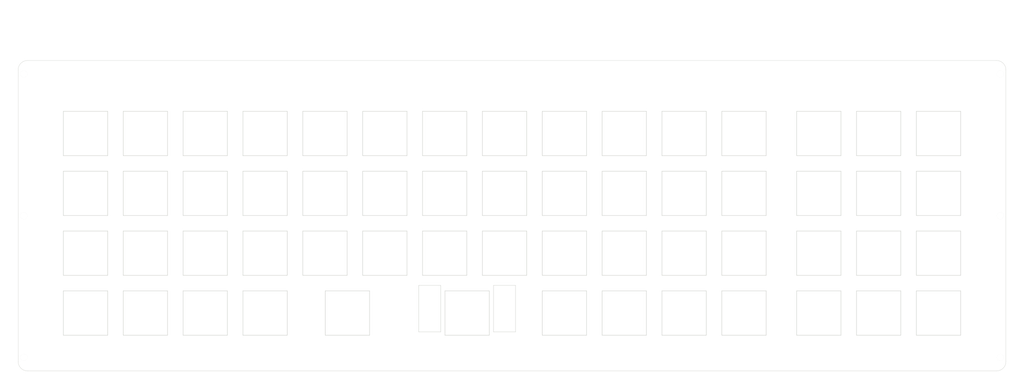
<source format=kicad_pcb>
(kicad_pcb (version 20171130) (host pcbnew "(5.1.12-1-10_14)")

  (general
    (thickness 1.6)
    (drawings 49)
    (tracks 0)
    (zones 0)
    (modules 74)
    (nets 1)
  )

  (page A3)
  (layers
    (0 F.Cu signal)
    (31 B.Cu signal)
    (32 B.Adhes user)
    (33 F.Adhes user)
    (34 B.Paste user)
    (35 F.Paste user)
    (36 B.SilkS user)
    (37 F.SilkS user)
    (38 B.Mask user)
    (39 F.Mask user)
    (40 Dwgs.User user)
    (41 Cmts.User user)
    (42 Eco1.User user)
    (43 Eco2.User user)
    (44 Edge.Cuts user)
    (45 Margin user)
    (46 B.CrtYd user)
    (47 F.CrtYd user)
    (48 B.Fab user)
    (49 F.Fab user)
  )

  (setup
    (last_trace_width 0.25)
    (user_trace_width 0.5)
    (user_trace_width 0.5)
    (trace_clearance 0.2)
    (zone_clearance 0.508)
    (zone_45_only no)
    (trace_min 0.2)
    (via_size 0.8)
    (via_drill 0.4)
    (via_min_size 0.4)
    (via_min_drill 0.3)
    (uvia_size 0.3)
    (uvia_drill 0.1)
    (uvias_allowed no)
    (uvia_min_size 0.2)
    (uvia_min_drill 0.1)
    (edge_width 0.1)
    (segment_width 0.2)
    (pcb_text_width 0.3)
    (pcb_text_size 1.5 1.5)
    (mod_edge_width 0.15)
    (mod_text_size 1 1)
    (mod_text_width 0.15)
    (pad_size 2.2 2.2)
    (pad_drill 2.2)
    (pad_to_mask_clearance 0)
    (aux_axis_origin 0 0)
    (visible_elements 7FFFFFFF)
    (pcbplotparams
      (layerselection 0x01000_7ffffffe)
      (usegerberextensions true)
      (usegerberattributes false)
      (usegerberadvancedattributes false)
      (creategerberjobfile false)
      (excludeedgelayer true)
      (linewidth 0.100000)
      (plotframeref false)
      (viasonmask false)
      (mode 1)
      (useauxorigin false)
      (hpglpennumber 1)
      (hpglpenspeed 20)
      (hpglpendiameter 15.000000)
      (psnegative false)
      (psa4output false)
      (plotreference true)
      (plotvalue true)
      (plotinvisibletext false)
      (padsonsilk false)
      (subtractmaskfromsilk false)
      (outputformat 4)
      (mirror false)
      (drillshape 0)
      (scaleselection 1)
      (outputdirectory "C:/Users/サリチル酸/Desktop/"))
  )

  (net 0 "")

  (net_class Default "これはデフォルトのネット クラスです。"
    (clearance 0.2)
    (trace_width 0.25)
    (via_dia 0.8)
    (via_drill 0.4)
    (uvia_dia 0.3)
    (uvia_drill 0.1)
  )

  (module kbd_SW_Hole:SW_Hole_2.25 (layer F.Cu) (tedit 60F58B15) (tstamp 60A295AF)
    (at 157.1625 97.63125 180)
    (path /5C3DCEFA)
    (fp_text reference SW24 (at 7 8.1) (layer F.SilkS) hide
      (effects (font (size 1 1) (thickness 0.15)))
    )
    (fp_text value SW_PUSH (at -7.4 -8.1) (layer F.Fab) hide
      (effects (font (size 1 1) (thickness 0.15)))
    )
    (fp_line (start 21.43125 9.525) (end 21.43125 -9.525) (layer F.Fab) (width 0.15))
    (fp_line (start -21.43125 9.525) (end 21.43125 9.525) (layer F.Fab) (width 0.15))
    (fp_line (start -21.43125 -9.525) (end -21.43125 9.525) (layer F.Fab) (width 0.15))
    (fp_line (start 21.43125 -9.525) (end -21.43125 -9.525) (layer F.Fab) (width 0.15))
    (fp_line (start -7.05 7.05) (end -7.05 -7.05) (layer Edge.Cuts) (width 0.15))
    (fp_line (start 7.05 7.05) (end -7.05 7.05) (layer Edge.Cuts) (width 0.15))
    (fp_line (start 7.05 -7.05) (end 7.05 7.05) (layer Edge.Cuts) (width 0.15))
    (fp_line (start -7.05 -7.05) (end 7.05 -7.05) (layer Edge.Cuts) (width 0.15))
    (fp_line (start 8.4 -6) (end 8.4 8.8) (layer Edge.Cuts) (width 0.12))
    (fp_line (start 8.4 8.8) (end 15.4 8.8) (layer Edge.Cuts) (width 0.12))
    (fp_line (start 15.4 8.8) (end 15.4 -6) (layer Edge.Cuts) (width 0.12))
    (fp_line (start 15.4 -6) (end 8.4 -6) (layer Edge.Cuts) (width 0.12))
    (fp_line (start -8.4 -6) (end -8.4 8.8) (layer Edge.Cuts) (width 0.12))
    (fp_line (start -8.4 8.8) (end -15.4 8.8) (layer Edge.Cuts) (width 0.12))
    (fp_line (start -15.4 8.8) (end -15.4 -6) (layer Edge.Cuts) (width 0.12))
    (fp_line (start -15.4 -6) (end -8.4 -6) (layer Edge.Cuts) (width 0.12))
  )

  (module kbd_SW_Hole:SW_Hole_1.75 (layer F.Cu) (tedit 60F58ACC) (tstamp 60A294B2)
    (at 119.0625 97.63125)
    (path /5C3DCEFA)
    (fp_text reference SW20 (at 7 8.1) (layer F.SilkS) hide
      (effects (font (size 1 1) (thickness 0.15)))
    )
    (fp_text value SW_PUSH (at -7.4 -8.1) (layer F.Fab) hide
      (effects (font (size 1 1) (thickness 0.15)))
    )
    (fp_line (start 16.66875 9.525) (end 16.66875 -9.525) (layer F.Fab) (width 0.15))
    (fp_line (start -16.66875 9.525) (end 16.66875 9.525) (layer F.Fab) (width 0.15))
    (fp_line (start -16.66875 -9.525) (end -16.66875 9.525) (layer F.Fab) (width 0.15))
    (fp_line (start 16.66875 -9.525) (end -16.66875 -9.525) (layer F.Fab) (width 0.15))
    (fp_line (start -7.05 7.05) (end -7.05 -7.05) (layer Edge.Cuts) (width 0.15))
    (fp_line (start 7.05 7.05) (end -7.05 7.05) (layer Edge.Cuts) (width 0.15))
    (fp_line (start 7.05 -7.05) (end 7.05 7.05) (layer Edge.Cuts) (width 0.15))
    (fp_line (start -7.05 -7.05) (end 7.05 -7.05) (layer Edge.Cuts) (width 0.15))
  )

  (module kbd_SW_Hole:SW_Hole_1u (layer F.Cu) (tedit 60F58A59) (tstamp 62373CA5)
    (at 307.18125 97.63125)
    (path /5C3DCE96)
    (fp_text reference SW58 (at 7 8.1) (layer F.SilkS) hide
      (effects (font (size 1 1) (thickness 0.15)))
    )
    (fp_text value SW_PUSH (at -7.4 -8.1) (layer F.Fab) hide
      (effects (font (size 1 1) (thickness 0.15)))
    )
    (fp_line (start -7.05 -7.05) (end 7.05 -7.05) (layer Edge.Cuts) (width 0.15))
    (fp_line (start 7.05 -7.05) (end 7.05 7.05) (layer Edge.Cuts) (width 0.15))
    (fp_line (start 7.05 7.05) (end -7.05 7.05) (layer Edge.Cuts) (width 0.15))
    (fp_line (start -7.05 7.05) (end -7.05 -7.05) (layer Edge.Cuts) (width 0.15))
    (fp_line (start 9.525 -9.525) (end -9.525 -9.525) (layer F.Fab) (width 0.15))
    (fp_line (start -9.525 -9.525) (end -9.525 9.525) (layer F.Fab) (width 0.15))
    (fp_line (start -9.525 9.525) (end 9.525 9.525) (layer F.Fab) (width 0.15))
    (fp_line (start 9.525 9.525) (end 9.525 -9.525) (layer F.Fab) (width 0.15))
  )

  (module kbd_SW_Hole:SW_Hole_1u (layer F.Cu) (tedit 60F58A59) (tstamp 62373CA5)
    (at 307.18125 78.58125)
    (path /5C3DCE96)
    (fp_text reference SW57 (at 7 8.1) (layer F.SilkS) hide
      (effects (font (size 1 1) (thickness 0.15)))
    )
    (fp_text value SW_PUSH (at -7.4 -8.1) (layer F.Fab) hide
      (effects (font (size 1 1) (thickness 0.15)))
    )
    (fp_line (start -7.05 -7.05) (end 7.05 -7.05) (layer Edge.Cuts) (width 0.15))
    (fp_line (start 7.05 -7.05) (end 7.05 7.05) (layer Edge.Cuts) (width 0.15))
    (fp_line (start 7.05 7.05) (end -7.05 7.05) (layer Edge.Cuts) (width 0.15))
    (fp_line (start -7.05 7.05) (end -7.05 -7.05) (layer Edge.Cuts) (width 0.15))
    (fp_line (start 9.525 -9.525) (end -9.525 -9.525) (layer F.Fab) (width 0.15))
    (fp_line (start -9.525 -9.525) (end -9.525 9.525) (layer F.Fab) (width 0.15))
    (fp_line (start -9.525 9.525) (end 9.525 9.525) (layer F.Fab) (width 0.15))
    (fp_line (start 9.525 9.525) (end 9.525 -9.525) (layer F.Fab) (width 0.15))
  )

  (module kbd_SW_Hole:SW_Hole_1u (layer F.Cu) (tedit 60F58A59) (tstamp 62373CA5)
    (at 307.18125 59.53125)
    (path /5C3DCE96)
    (fp_text reference SW56 (at 7 8.1) (layer F.SilkS) hide
      (effects (font (size 1 1) (thickness 0.15)))
    )
    (fp_text value SW_PUSH (at -7.4 -8.1) (layer F.Fab) hide
      (effects (font (size 1 1) (thickness 0.15)))
    )
    (fp_line (start -7.05 -7.05) (end 7.05 -7.05) (layer Edge.Cuts) (width 0.15))
    (fp_line (start 7.05 -7.05) (end 7.05 7.05) (layer Edge.Cuts) (width 0.15))
    (fp_line (start 7.05 7.05) (end -7.05 7.05) (layer Edge.Cuts) (width 0.15))
    (fp_line (start -7.05 7.05) (end -7.05 -7.05) (layer Edge.Cuts) (width 0.15))
    (fp_line (start 9.525 -9.525) (end -9.525 -9.525) (layer F.Fab) (width 0.15))
    (fp_line (start -9.525 -9.525) (end -9.525 9.525) (layer F.Fab) (width 0.15))
    (fp_line (start -9.525 9.525) (end 9.525 9.525) (layer F.Fab) (width 0.15))
    (fp_line (start 9.525 9.525) (end 9.525 -9.525) (layer F.Fab) (width 0.15))
  )

  (module kbd_SW_Hole:SW_Hole_1u (layer F.Cu) (tedit 60F58A59) (tstamp 62373CA5)
    (at 288.13125 97.63125)
    (path /5C3DCE96)
    (fp_text reference SW54 (at 7 8.1) (layer F.SilkS) hide
      (effects (font (size 1 1) (thickness 0.15)))
    )
    (fp_text value SW_PUSH (at -7.4 -8.1) (layer F.Fab) hide
      (effects (font (size 1 1) (thickness 0.15)))
    )
    (fp_line (start -7.05 -7.05) (end 7.05 -7.05) (layer Edge.Cuts) (width 0.15))
    (fp_line (start 7.05 -7.05) (end 7.05 7.05) (layer Edge.Cuts) (width 0.15))
    (fp_line (start 7.05 7.05) (end -7.05 7.05) (layer Edge.Cuts) (width 0.15))
    (fp_line (start -7.05 7.05) (end -7.05 -7.05) (layer Edge.Cuts) (width 0.15))
    (fp_line (start 9.525 -9.525) (end -9.525 -9.525) (layer F.Fab) (width 0.15))
    (fp_line (start -9.525 -9.525) (end -9.525 9.525) (layer F.Fab) (width 0.15))
    (fp_line (start -9.525 9.525) (end 9.525 9.525) (layer F.Fab) (width 0.15))
    (fp_line (start 9.525 9.525) (end 9.525 -9.525) (layer F.Fab) (width 0.15))
  )

  (module kbd_SW_Hole:SW_Hole_1u (layer F.Cu) (tedit 60F58A59) (tstamp 62373CA5)
    (at 288.13125 78.58125)
    (path /5C3DCE96)
    (fp_text reference SW53 (at 7 8.1) (layer F.SilkS) hide
      (effects (font (size 1 1) (thickness 0.15)))
    )
    (fp_text value SW_PUSH (at -7.4 -8.1) (layer F.Fab) hide
      (effects (font (size 1 1) (thickness 0.15)))
    )
    (fp_line (start -7.05 -7.05) (end 7.05 -7.05) (layer Edge.Cuts) (width 0.15))
    (fp_line (start 7.05 -7.05) (end 7.05 7.05) (layer Edge.Cuts) (width 0.15))
    (fp_line (start 7.05 7.05) (end -7.05 7.05) (layer Edge.Cuts) (width 0.15))
    (fp_line (start -7.05 7.05) (end -7.05 -7.05) (layer Edge.Cuts) (width 0.15))
    (fp_line (start 9.525 -9.525) (end -9.525 -9.525) (layer F.Fab) (width 0.15))
    (fp_line (start -9.525 -9.525) (end -9.525 9.525) (layer F.Fab) (width 0.15))
    (fp_line (start -9.525 9.525) (end 9.525 9.525) (layer F.Fab) (width 0.15))
    (fp_line (start 9.525 9.525) (end 9.525 -9.525) (layer F.Fab) (width 0.15))
  )

  (module kbd_SW_Hole:SW_Hole_1u (layer F.Cu) (tedit 60F58A59) (tstamp 62373CA5)
    (at 288.13125 59.53125)
    (path /5C3DCE96)
    (fp_text reference SW52 (at 7 8.1) (layer F.SilkS) hide
      (effects (font (size 1 1) (thickness 0.15)))
    )
    (fp_text value SW_PUSH (at -7.4 -8.1) (layer F.Fab) hide
      (effects (font (size 1 1) (thickness 0.15)))
    )
    (fp_line (start -7.05 -7.05) (end 7.05 -7.05) (layer Edge.Cuts) (width 0.15))
    (fp_line (start 7.05 -7.05) (end 7.05 7.05) (layer Edge.Cuts) (width 0.15))
    (fp_line (start 7.05 7.05) (end -7.05 7.05) (layer Edge.Cuts) (width 0.15))
    (fp_line (start -7.05 7.05) (end -7.05 -7.05) (layer Edge.Cuts) (width 0.15))
    (fp_line (start 9.525 -9.525) (end -9.525 -9.525) (layer F.Fab) (width 0.15))
    (fp_line (start -9.525 -9.525) (end -9.525 9.525) (layer F.Fab) (width 0.15))
    (fp_line (start -9.525 9.525) (end 9.525 9.525) (layer F.Fab) (width 0.15))
    (fp_line (start 9.525 9.525) (end 9.525 -9.525) (layer F.Fab) (width 0.15))
  )

  (module kbd_SW_Hole:SW_Hole_1u (layer F.Cu) (tedit 60F58A59) (tstamp 62373CA5)
    (at 269.08125 97.63125)
    (path /5C3DCE96)
    (fp_text reference SW50 (at 7 8.1) (layer F.SilkS) hide
      (effects (font (size 1 1) (thickness 0.15)))
    )
    (fp_text value SW_PUSH (at -7.4 -8.1) (layer F.Fab) hide
      (effects (font (size 1 1) (thickness 0.15)))
    )
    (fp_line (start -7.05 -7.05) (end 7.05 -7.05) (layer Edge.Cuts) (width 0.15))
    (fp_line (start 7.05 -7.05) (end 7.05 7.05) (layer Edge.Cuts) (width 0.15))
    (fp_line (start 7.05 7.05) (end -7.05 7.05) (layer Edge.Cuts) (width 0.15))
    (fp_line (start -7.05 7.05) (end -7.05 -7.05) (layer Edge.Cuts) (width 0.15))
    (fp_line (start 9.525 -9.525) (end -9.525 -9.525) (layer F.Fab) (width 0.15))
    (fp_line (start -9.525 -9.525) (end -9.525 9.525) (layer F.Fab) (width 0.15))
    (fp_line (start -9.525 9.525) (end 9.525 9.525) (layer F.Fab) (width 0.15))
    (fp_line (start 9.525 9.525) (end 9.525 -9.525) (layer F.Fab) (width 0.15))
  )

  (module kbd_SW_Hole:SW_Hole_1u (layer F.Cu) (tedit 60F58A59) (tstamp 62373CA5)
    (at 269.08125 78.58125)
    (path /5C3DCE96)
    (fp_text reference SW49 (at 7 8.1) (layer F.SilkS) hide
      (effects (font (size 1 1) (thickness 0.15)))
    )
    (fp_text value SW_PUSH (at -7.4 -8.1) (layer F.Fab) hide
      (effects (font (size 1 1) (thickness 0.15)))
    )
    (fp_line (start -7.05 -7.05) (end 7.05 -7.05) (layer Edge.Cuts) (width 0.15))
    (fp_line (start 7.05 -7.05) (end 7.05 7.05) (layer Edge.Cuts) (width 0.15))
    (fp_line (start 7.05 7.05) (end -7.05 7.05) (layer Edge.Cuts) (width 0.15))
    (fp_line (start -7.05 7.05) (end -7.05 -7.05) (layer Edge.Cuts) (width 0.15))
    (fp_line (start 9.525 -9.525) (end -9.525 -9.525) (layer F.Fab) (width 0.15))
    (fp_line (start -9.525 -9.525) (end -9.525 9.525) (layer F.Fab) (width 0.15))
    (fp_line (start -9.525 9.525) (end 9.525 9.525) (layer F.Fab) (width 0.15))
    (fp_line (start 9.525 9.525) (end 9.525 -9.525) (layer F.Fab) (width 0.15))
  )

  (module kbd_SW_Hole:SW_Hole_1u (layer F.Cu) (tedit 60F58A59) (tstamp 62373CA5)
    (at 269.08125 59.53125)
    (path /5C3DCE96)
    (fp_text reference SW48 (at 7 8.1) (layer F.SilkS) hide
      (effects (font (size 1 1) (thickness 0.15)))
    )
    (fp_text value SW_PUSH (at -7.4 -8.1) (layer F.Fab) hide
      (effects (font (size 1 1) (thickness 0.15)))
    )
    (fp_line (start -7.05 -7.05) (end 7.05 -7.05) (layer Edge.Cuts) (width 0.15))
    (fp_line (start 7.05 -7.05) (end 7.05 7.05) (layer Edge.Cuts) (width 0.15))
    (fp_line (start 7.05 7.05) (end -7.05 7.05) (layer Edge.Cuts) (width 0.15))
    (fp_line (start -7.05 7.05) (end -7.05 -7.05) (layer Edge.Cuts) (width 0.15))
    (fp_line (start 9.525 -9.525) (end -9.525 -9.525) (layer F.Fab) (width 0.15))
    (fp_line (start -9.525 -9.525) (end -9.525 9.525) (layer F.Fab) (width 0.15))
    (fp_line (start -9.525 9.525) (end 9.525 9.525) (layer F.Fab) (width 0.15))
    (fp_line (start 9.525 9.525) (end 9.525 -9.525) (layer F.Fab) (width 0.15))
  )

  (module kbd_SW_Hole:SW_Hole_1u (layer F.Cu) (tedit 60F58A59) (tstamp 60A298E0)
    (at 288.13125 40.48125)
    (path /5C3DCE96)
    (fp_text reference SW51 (at 7 8.1) (layer F.SilkS) hide
      (effects (font (size 1 1) (thickness 0.15)))
    )
    (fp_text value SW_PUSH (at -7.4 -8.1) (layer F.Fab) hide
      (effects (font (size 1 1) (thickness 0.15)))
    )
    (fp_line (start -7.05 -7.05) (end 7.05 -7.05) (layer Edge.Cuts) (width 0.15))
    (fp_line (start 7.05 -7.05) (end 7.05 7.05) (layer Edge.Cuts) (width 0.15))
    (fp_line (start 7.05 7.05) (end -7.05 7.05) (layer Edge.Cuts) (width 0.15))
    (fp_line (start -7.05 7.05) (end -7.05 -7.05) (layer Edge.Cuts) (width 0.15))
    (fp_line (start 9.525 -9.525) (end -9.525 -9.525) (layer F.Fab) (width 0.15))
    (fp_line (start -9.525 -9.525) (end -9.525 9.525) (layer F.Fab) (width 0.15))
    (fp_line (start -9.525 9.525) (end 9.525 9.525) (layer F.Fab) (width 0.15))
    (fp_line (start 9.525 9.525) (end 9.525 -9.525) (layer F.Fab) (width 0.15))
  )

  (module kbd_SW_Hole:SW_Hole_1u (layer F.Cu) (tedit 60F58A59) (tstamp 60A298D5)
    (at 307.18125 40.48125)
    (path /5C3DCE96)
    (fp_text reference SW55 (at 7 8.1) (layer F.SilkS) hide
      (effects (font (size 1 1) (thickness 0.15)))
    )
    (fp_text value SW_PUSH (at -7.4 -8.1) (layer F.Fab) hide
      (effects (font (size 1 1) (thickness 0.15)))
    )
    (fp_line (start -7.05 -7.05) (end 7.05 -7.05) (layer Edge.Cuts) (width 0.15))
    (fp_line (start 7.05 -7.05) (end 7.05 7.05) (layer Edge.Cuts) (width 0.15))
    (fp_line (start 7.05 7.05) (end -7.05 7.05) (layer Edge.Cuts) (width 0.15))
    (fp_line (start -7.05 7.05) (end -7.05 -7.05) (layer Edge.Cuts) (width 0.15))
    (fp_line (start 9.525 -9.525) (end -9.525 -9.525) (layer F.Fab) (width 0.15))
    (fp_line (start -9.525 -9.525) (end -9.525 9.525) (layer F.Fab) (width 0.15))
    (fp_line (start -9.525 9.525) (end 9.525 9.525) (layer F.Fab) (width 0.15))
    (fp_line (start 9.525 9.525) (end 9.525 -9.525) (layer F.Fab) (width 0.15))
  )

  (module kbd_SW_Hole:SW_Hole_1u (layer F.Cu) (tedit 60F58A59) (tstamp 60A2971A)
    (at 226.21875 78.58125)
    (path /5C3DCE96)
    (fp_text reference SW41 (at 7 8.1) (layer F.SilkS) hide
      (effects (font (size 1 1) (thickness 0.15)))
    )
    (fp_text value SW_PUSH (at -7.4 -8.1) (layer F.Fab) hide
      (effects (font (size 1 1) (thickness 0.15)))
    )
    (fp_line (start -7.05 -7.05) (end 7.05 -7.05) (layer Edge.Cuts) (width 0.15))
    (fp_line (start 7.05 -7.05) (end 7.05 7.05) (layer Edge.Cuts) (width 0.15))
    (fp_line (start 7.05 7.05) (end -7.05 7.05) (layer Edge.Cuts) (width 0.15))
    (fp_line (start -7.05 7.05) (end -7.05 -7.05) (layer Edge.Cuts) (width 0.15))
    (fp_line (start 9.525 -9.525) (end -9.525 -9.525) (layer F.Fab) (width 0.15))
    (fp_line (start -9.525 -9.525) (end -9.525 9.525) (layer F.Fab) (width 0.15))
    (fp_line (start -9.525 9.525) (end 9.525 9.525) (layer F.Fab) (width 0.15))
    (fp_line (start 9.525 9.525) (end 9.525 -9.525) (layer F.Fab) (width 0.15))
  )

  (module kbd_SW_Hole:SW_Hole_1u (layer F.Cu) (tedit 60F58A59) (tstamp 60A2970F)
    (at 226.21875 40.48125)
    (path /5C3DCE96)
    (fp_text reference SW39 (at 7 8.1) (layer F.SilkS) hide
      (effects (font (size 1 1) (thickness 0.15)))
    )
    (fp_text value SW_PUSH (at -7.4 -8.1) (layer F.Fab) hide
      (effects (font (size 1 1) (thickness 0.15)))
    )
    (fp_line (start -7.05 -7.05) (end 7.05 -7.05) (layer Edge.Cuts) (width 0.15))
    (fp_line (start 7.05 -7.05) (end 7.05 7.05) (layer Edge.Cuts) (width 0.15))
    (fp_line (start 7.05 7.05) (end -7.05 7.05) (layer Edge.Cuts) (width 0.15))
    (fp_line (start -7.05 7.05) (end -7.05 -7.05) (layer Edge.Cuts) (width 0.15))
    (fp_line (start 9.525 -9.525) (end -9.525 -9.525) (layer F.Fab) (width 0.15))
    (fp_line (start -9.525 -9.525) (end -9.525 9.525) (layer F.Fab) (width 0.15))
    (fp_line (start -9.525 9.525) (end 9.525 9.525) (layer F.Fab) (width 0.15))
    (fp_line (start 9.525 9.525) (end 9.525 -9.525) (layer F.Fab) (width 0.15))
  )

  (module kbd_SW_Hole:SW_Hole_1u (layer F.Cu) (tedit 60F58A59) (tstamp 60A29704)
    (at 269.08125 40.48125)
    (path /5C3DCE96)
    (fp_text reference SW47 (at 7 8.1) (layer F.SilkS) hide
      (effects (font (size 1 1) (thickness 0.15)))
    )
    (fp_text value SW_PUSH (at -7.4 -8.1) (layer F.Fab) hide
      (effects (font (size 1 1) (thickness 0.15)))
    )
    (fp_line (start -7.05 -7.05) (end 7.05 -7.05) (layer Edge.Cuts) (width 0.15))
    (fp_line (start 7.05 -7.05) (end 7.05 7.05) (layer Edge.Cuts) (width 0.15))
    (fp_line (start 7.05 7.05) (end -7.05 7.05) (layer Edge.Cuts) (width 0.15))
    (fp_line (start -7.05 7.05) (end -7.05 -7.05) (layer Edge.Cuts) (width 0.15))
    (fp_line (start 9.525 -9.525) (end -9.525 -9.525) (layer F.Fab) (width 0.15))
    (fp_line (start -9.525 -9.525) (end -9.525 9.525) (layer F.Fab) (width 0.15))
    (fp_line (start -9.525 9.525) (end 9.525 9.525) (layer F.Fab) (width 0.15))
    (fp_line (start 9.525 9.525) (end 9.525 -9.525) (layer F.Fab) (width 0.15))
  )

  (module kbd_SW_Hole:SW_Hole_1u (layer F.Cu) (tedit 60F58A59) (tstamp 60A296EE)
    (at 245.26875 78.58125)
    (path /5C3DCE96)
    (fp_text reference SW45 (at 7 8.1) (layer F.SilkS) hide
      (effects (font (size 1 1) (thickness 0.15)))
    )
    (fp_text value SW_PUSH (at -7.4 -8.1) (layer F.Fab) hide
      (effects (font (size 1 1) (thickness 0.15)))
    )
    (fp_line (start -7.05 -7.05) (end 7.05 -7.05) (layer Edge.Cuts) (width 0.15))
    (fp_line (start 7.05 -7.05) (end 7.05 7.05) (layer Edge.Cuts) (width 0.15))
    (fp_line (start 7.05 7.05) (end -7.05 7.05) (layer Edge.Cuts) (width 0.15))
    (fp_line (start -7.05 7.05) (end -7.05 -7.05) (layer Edge.Cuts) (width 0.15))
    (fp_line (start 9.525 -9.525) (end -9.525 -9.525) (layer F.Fab) (width 0.15))
    (fp_line (start -9.525 -9.525) (end -9.525 9.525) (layer F.Fab) (width 0.15))
    (fp_line (start -9.525 9.525) (end 9.525 9.525) (layer F.Fab) (width 0.15))
    (fp_line (start 9.525 9.525) (end 9.525 -9.525) (layer F.Fab) (width 0.15))
  )

  (module kbd_SW_Hole:SW_Hole_1u (layer F.Cu) (tedit 60F58A59) (tstamp 60A296E3)
    (at 207.16875 78.58125)
    (path /5C3DCE96)
    (fp_text reference SW37 (at 7 8.1) (layer F.SilkS) hide
      (effects (font (size 1 1) (thickness 0.15)))
    )
    (fp_text value SW_PUSH (at -7.4 -8.1) (layer F.Fab) hide
      (effects (font (size 1 1) (thickness 0.15)))
    )
    (fp_line (start -7.05 -7.05) (end 7.05 -7.05) (layer Edge.Cuts) (width 0.15))
    (fp_line (start 7.05 -7.05) (end 7.05 7.05) (layer Edge.Cuts) (width 0.15))
    (fp_line (start 7.05 7.05) (end -7.05 7.05) (layer Edge.Cuts) (width 0.15))
    (fp_line (start -7.05 7.05) (end -7.05 -7.05) (layer Edge.Cuts) (width 0.15))
    (fp_line (start 9.525 -9.525) (end -9.525 -9.525) (layer F.Fab) (width 0.15))
    (fp_line (start -9.525 -9.525) (end -9.525 9.525) (layer F.Fab) (width 0.15))
    (fp_line (start -9.525 9.525) (end 9.525 9.525) (layer F.Fab) (width 0.15))
    (fp_line (start 9.525 9.525) (end 9.525 -9.525) (layer F.Fab) (width 0.15))
  )

  (module kbd_SW_Hole:SW_Hole_1u (layer F.Cu) (tedit 60F58A59) (tstamp 60A296C2)
    (at 245.26875 40.48125)
    (path /5C3DCE96)
    (fp_text reference SW43 (at 7 8.1) (layer F.SilkS) hide
      (effects (font (size 1 1) (thickness 0.15)))
    )
    (fp_text value SW_PUSH (at -7.4 -8.1) (layer F.Fab) hide
      (effects (font (size 1 1) (thickness 0.15)))
    )
    (fp_line (start -7.05 -7.05) (end 7.05 -7.05) (layer Edge.Cuts) (width 0.15))
    (fp_line (start 7.05 -7.05) (end 7.05 7.05) (layer Edge.Cuts) (width 0.15))
    (fp_line (start 7.05 7.05) (end -7.05 7.05) (layer Edge.Cuts) (width 0.15))
    (fp_line (start -7.05 7.05) (end -7.05 -7.05) (layer Edge.Cuts) (width 0.15))
    (fp_line (start 9.525 -9.525) (end -9.525 -9.525) (layer F.Fab) (width 0.15))
    (fp_line (start -9.525 -9.525) (end -9.525 9.525) (layer F.Fab) (width 0.15))
    (fp_line (start -9.525 9.525) (end 9.525 9.525) (layer F.Fab) (width 0.15))
    (fp_line (start 9.525 9.525) (end 9.525 -9.525) (layer F.Fab) (width 0.15))
  )

  (module kbd_SW_Hole:SW_Hole_1u (layer F.Cu) (tedit 60F58A59) (tstamp 60A29612)
    (at 188.11875 78.58125)
    (path /5C3DCE96)
    (fp_text reference SW33 (at 7 8.1) (layer F.SilkS) hide
      (effects (font (size 1 1) (thickness 0.15)))
    )
    (fp_text value SW_PUSH (at -7.4 -8.1) (layer F.Fab) hide
      (effects (font (size 1 1) (thickness 0.15)))
    )
    (fp_line (start -7.05 -7.05) (end 7.05 -7.05) (layer Edge.Cuts) (width 0.15))
    (fp_line (start 7.05 -7.05) (end 7.05 7.05) (layer Edge.Cuts) (width 0.15))
    (fp_line (start 7.05 7.05) (end -7.05 7.05) (layer Edge.Cuts) (width 0.15))
    (fp_line (start -7.05 7.05) (end -7.05 -7.05) (layer Edge.Cuts) (width 0.15))
    (fp_line (start 9.525 -9.525) (end -9.525 -9.525) (layer F.Fab) (width 0.15))
    (fp_line (start -9.525 -9.525) (end -9.525 9.525) (layer F.Fab) (width 0.15))
    (fp_line (start -9.525 9.525) (end 9.525 9.525) (layer F.Fab) (width 0.15))
    (fp_line (start 9.525 9.525) (end 9.525 -9.525) (layer F.Fab) (width 0.15))
  )

  (module kbd_SW_Hole:SW_Hole_1u (layer F.Cu) (tedit 60F58A59) (tstamp 60A295F1)
    (at 169.06875 40.48125)
    (path /5C3DCE96)
    (fp_text reference SW28 (at 7 8.1) (layer F.SilkS) hide
      (effects (font (size 1 1) (thickness 0.15)))
    )
    (fp_text value SW_PUSH (at -7.4 -8.1) (layer F.Fab) hide
      (effects (font (size 1 1) (thickness 0.15)))
    )
    (fp_line (start -7.05 -7.05) (end 7.05 -7.05) (layer Edge.Cuts) (width 0.15))
    (fp_line (start 7.05 -7.05) (end 7.05 7.05) (layer Edge.Cuts) (width 0.15))
    (fp_line (start 7.05 7.05) (end -7.05 7.05) (layer Edge.Cuts) (width 0.15))
    (fp_line (start -7.05 7.05) (end -7.05 -7.05) (layer Edge.Cuts) (width 0.15))
    (fp_line (start 9.525 -9.525) (end -9.525 -9.525) (layer F.Fab) (width 0.15))
    (fp_line (start -9.525 -9.525) (end -9.525 9.525) (layer F.Fab) (width 0.15))
    (fp_line (start -9.525 9.525) (end 9.525 9.525) (layer F.Fab) (width 0.15))
    (fp_line (start 9.525 9.525) (end 9.525 -9.525) (layer F.Fab) (width 0.15))
  )

  (module kbd_SW_Hole:SW_Hole_1u (layer F.Cu) (tedit 60F58A59) (tstamp 60A295DB)
    (at 150.01875 78.58125)
    (path /5C3DCE96)
    (fp_text reference SW27 (at 7 8.1) (layer F.SilkS) hide
      (effects (font (size 1 1) (thickness 0.15)))
    )
    (fp_text value SW_PUSH (at -7.4 -8.1) (layer F.Fab) hide
      (effects (font (size 1 1) (thickness 0.15)))
    )
    (fp_line (start -7.05 -7.05) (end 7.05 -7.05) (layer Edge.Cuts) (width 0.15))
    (fp_line (start 7.05 -7.05) (end 7.05 7.05) (layer Edge.Cuts) (width 0.15))
    (fp_line (start 7.05 7.05) (end -7.05 7.05) (layer Edge.Cuts) (width 0.15))
    (fp_line (start -7.05 7.05) (end -7.05 -7.05) (layer Edge.Cuts) (width 0.15))
    (fp_line (start 9.525 -9.525) (end -9.525 -9.525) (layer F.Fab) (width 0.15))
    (fp_line (start -9.525 -9.525) (end -9.525 9.525) (layer F.Fab) (width 0.15))
    (fp_line (start -9.525 9.525) (end 9.525 9.525) (layer F.Fab) (width 0.15))
    (fp_line (start 9.525 9.525) (end 9.525 -9.525) (layer F.Fab) (width 0.15))
  )

  (module kbd_SW_Hole:SW_Hole_1u (layer F.Cu) (tedit 60F58A59) (tstamp 60A295D0)
    (at 188.11875 40.48125)
    (path /5C3DCE96)
    (fp_text reference SW31 (at 7 8.1) (layer F.SilkS) hide
      (effects (font (size 1 1) (thickness 0.15)))
    )
    (fp_text value SW_PUSH (at -7.4 -8.1) (layer F.Fab) hide
      (effects (font (size 1 1) (thickness 0.15)))
    )
    (fp_line (start -7.05 -7.05) (end 7.05 -7.05) (layer Edge.Cuts) (width 0.15))
    (fp_line (start 7.05 -7.05) (end 7.05 7.05) (layer Edge.Cuts) (width 0.15))
    (fp_line (start 7.05 7.05) (end -7.05 7.05) (layer Edge.Cuts) (width 0.15))
    (fp_line (start -7.05 7.05) (end -7.05 -7.05) (layer Edge.Cuts) (width 0.15))
    (fp_line (start 9.525 -9.525) (end -9.525 -9.525) (layer F.Fab) (width 0.15))
    (fp_line (start -9.525 -9.525) (end -9.525 9.525) (layer F.Fab) (width 0.15))
    (fp_line (start -9.525 9.525) (end 9.525 9.525) (layer F.Fab) (width 0.15))
    (fp_line (start 9.525 9.525) (end 9.525 -9.525) (layer F.Fab) (width 0.15))
  )

  (module kbd_SW_Hole:SW_Hole_1u (layer F.Cu) (tedit 60F58A59) (tstamp 60A295BA)
    (at 207.16875 40.48125)
    (path /5C3DCE96)
    (fp_text reference SW35 (at 7 8.1) (layer F.SilkS) hide
      (effects (font (size 1 1) (thickness 0.15)))
    )
    (fp_text value SW_PUSH (at -7.4 -8.1) (layer F.Fab) hide
      (effects (font (size 1 1) (thickness 0.15)))
    )
    (fp_line (start -7.05 -7.05) (end 7.05 -7.05) (layer Edge.Cuts) (width 0.15))
    (fp_line (start 7.05 -7.05) (end 7.05 7.05) (layer Edge.Cuts) (width 0.15))
    (fp_line (start 7.05 7.05) (end -7.05 7.05) (layer Edge.Cuts) (width 0.15))
    (fp_line (start -7.05 7.05) (end -7.05 -7.05) (layer Edge.Cuts) (width 0.15))
    (fp_line (start 9.525 -9.525) (end -9.525 -9.525) (layer F.Fab) (width 0.15))
    (fp_line (start -9.525 -9.525) (end -9.525 9.525) (layer F.Fab) (width 0.15))
    (fp_line (start -9.525 9.525) (end 9.525 9.525) (layer F.Fab) (width 0.15))
    (fp_line (start 9.525 9.525) (end 9.525 -9.525) (layer F.Fab) (width 0.15))
  )

  (module kbd_SW_Hole:SW_Hole_1u (layer F.Cu) (tedit 60F58A59) (tstamp 60A295A4)
    (at 169.06875 78.58125)
    (path /5C3DCE96)
    (fp_text reference SW30 (at 7 8.1) (layer F.SilkS) hide
      (effects (font (size 1 1) (thickness 0.15)))
    )
    (fp_text value SW_PUSH (at -7.4 -8.1) (layer F.Fab) hide
      (effects (font (size 1 1) (thickness 0.15)))
    )
    (fp_line (start -7.05 -7.05) (end 7.05 -7.05) (layer Edge.Cuts) (width 0.15))
    (fp_line (start 7.05 -7.05) (end 7.05 7.05) (layer Edge.Cuts) (width 0.15))
    (fp_line (start 7.05 7.05) (end -7.05 7.05) (layer Edge.Cuts) (width 0.15))
    (fp_line (start -7.05 7.05) (end -7.05 -7.05) (layer Edge.Cuts) (width 0.15))
    (fp_line (start 9.525 -9.525) (end -9.525 -9.525) (layer F.Fab) (width 0.15))
    (fp_line (start -9.525 -9.525) (end -9.525 9.525) (layer F.Fab) (width 0.15))
    (fp_line (start -9.525 9.525) (end 9.525 9.525) (layer F.Fab) (width 0.15))
    (fp_line (start 9.525 9.525) (end 9.525 -9.525) (layer F.Fab) (width 0.15))
  )

  (module kbd_SW_Hole:SW_Hole_1u (layer F.Cu) (tedit 60F58A59) (tstamp 60A29515)
    (at 150.01875 40.48125)
    (path /5C3DCE96)
    (fp_text reference SW25 (at 7 8.1) (layer F.SilkS) hide
      (effects (font (size 1 1) (thickness 0.15)))
    )
    (fp_text value SW_PUSH (at -7.4 -8.1) (layer F.Fab) hide
      (effects (font (size 1 1) (thickness 0.15)))
    )
    (fp_line (start -7.05 -7.05) (end 7.05 -7.05) (layer Edge.Cuts) (width 0.15))
    (fp_line (start 7.05 -7.05) (end 7.05 7.05) (layer Edge.Cuts) (width 0.15))
    (fp_line (start 7.05 7.05) (end -7.05 7.05) (layer Edge.Cuts) (width 0.15))
    (fp_line (start -7.05 7.05) (end -7.05 -7.05) (layer Edge.Cuts) (width 0.15))
    (fp_line (start 9.525 -9.525) (end -9.525 -9.525) (layer F.Fab) (width 0.15))
    (fp_line (start -9.525 -9.525) (end -9.525 9.525) (layer F.Fab) (width 0.15))
    (fp_line (start -9.525 9.525) (end 9.525 9.525) (layer F.Fab) (width 0.15))
    (fp_line (start 9.525 9.525) (end 9.525 -9.525) (layer F.Fab) (width 0.15))
  )

  (module kbd_SW_Hole:SW_Hole_1u (layer F.Cu) (tedit 60F58A59) (tstamp 60A2950A)
    (at 111.91875 78.58125)
    (path /5C3DCE96)
    (fp_text reference SW19 (at 7 8.1) (layer F.SilkS) hide
      (effects (font (size 1 1) (thickness 0.15)))
    )
    (fp_text value SW_PUSH (at -7.4 -8.1) (layer F.Fab) hide
      (effects (font (size 1 1) (thickness 0.15)))
    )
    (fp_line (start -7.05 -7.05) (end 7.05 -7.05) (layer Edge.Cuts) (width 0.15))
    (fp_line (start 7.05 -7.05) (end 7.05 7.05) (layer Edge.Cuts) (width 0.15))
    (fp_line (start 7.05 7.05) (end -7.05 7.05) (layer Edge.Cuts) (width 0.15))
    (fp_line (start -7.05 7.05) (end -7.05 -7.05) (layer Edge.Cuts) (width 0.15))
    (fp_line (start 9.525 -9.525) (end -9.525 -9.525) (layer F.Fab) (width 0.15))
    (fp_line (start -9.525 -9.525) (end -9.525 9.525) (layer F.Fab) (width 0.15))
    (fp_line (start -9.525 9.525) (end 9.525 9.525) (layer F.Fab) (width 0.15))
    (fp_line (start 9.525 9.525) (end 9.525 -9.525) (layer F.Fab) (width 0.15))
  )

  (module kbd_SW_Hole:SW_Hole_1u (layer F.Cu) (tedit 60F58A59) (tstamp 60A294F4)
    (at 130.96875 40.48125)
    (path /5C3DCE96)
    (fp_text reference SW21 (at 7 8.1) (layer F.SilkS) hide
      (effects (font (size 1 1) (thickness 0.15)))
    )
    (fp_text value SW_PUSH (at -7.4 -8.1) (layer F.Fab) hide
      (effects (font (size 1 1) (thickness 0.15)))
    )
    (fp_line (start -7.05 -7.05) (end 7.05 -7.05) (layer Edge.Cuts) (width 0.15))
    (fp_line (start 7.05 -7.05) (end 7.05 7.05) (layer Edge.Cuts) (width 0.15))
    (fp_line (start 7.05 7.05) (end -7.05 7.05) (layer Edge.Cuts) (width 0.15))
    (fp_line (start -7.05 7.05) (end -7.05 -7.05) (layer Edge.Cuts) (width 0.15))
    (fp_line (start 9.525 -9.525) (end -9.525 -9.525) (layer F.Fab) (width 0.15))
    (fp_line (start -9.525 -9.525) (end -9.525 9.525) (layer F.Fab) (width 0.15))
    (fp_line (start -9.525 9.525) (end 9.525 9.525) (layer F.Fab) (width 0.15))
    (fp_line (start 9.525 9.525) (end 9.525 -9.525) (layer F.Fab) (width 0.15))
  )

  (module kbd_SW_Hole:SW_Hole_1u (layer F.Cu) (tedit 60F58A59) (tstamp 60A294E9)
    (at 130.96875 78.58125)
    (path /5C3DCE96)
    (fp_text reference SW23 (at 7 8.1) (layer F.SilkS) hide
      (effects (font (size 1 1) (thickness 0.15)))
    )
    (fp_text value SW_PUSH (at -7.4 -8.1) (layer F.Fab) hide
      (effects (font (size 1 1) (thickness 0.15)))
    )
    (fp_line (start -7.05 -7.05) (end 7.05 -7.05) (layer Edge.Cuts) (width 0.15))
    (fp_line (start 7.05 -7.05) (end 7.05 7.05) (layer Edge.Cuts) (width 0.15))
    (fp_line (start 7.05 7.05) (end -7.05 7.05) (layer Edge.Cuts) (width 0.15))
    (fp_line (start -7.05 7.05) (end -7.05 -7.05) (layer Edge.Cuts) (width 0.15))
    (fp_line (start 9.525 -9.525) (end -9.525 -9.525) (layer F.Fab) (width 0.15))
    (fp_line (start -9.525 -9.525) (end -9.525 9.525) (layer F.Fab) (width 0.15))
    (fp_line (start -9.525 9.525) (end 9.525 9.525) (layer F.Fab) (width 0.15))
    (fp_line (start 9.525 9.525) (end 9.525 -9.525) (layer F.Fab) (width 0.15))
  )

  (module kbd_SW_Hole:SW_Hole_1u (layer F.Cu) (tedit 60F58A59) (tstamp 60A294BD)
    (at 92.86875 78.58125)
    (path /5C3DCE96)
    (fp_text reference SW15 (at 7 8.1) (layer F.SilkS) hide
      (effects (font (size 1 1) (thickness 0.15)))
    )
    (fp_text value SW_PUSH (at -7.4 -8.1) (layer F.Fab) hide
      (effects (font (size 1 1) (thickness 0.15)))
    )
    (fp_line (start -7.05 -7.05) (end 7.05 -7.05) (layer Edge.Cuts) (width 0.15))
    (fp_line (start 7.05 -7.05) (end 7.05 7.05) (layer Edge.Cuts) (width 0.15))
    (fp_line (start 7.05 7.05) (end -7.05 7.05) (layer Edge.Cuts) (width 0.15))
    (fp_line (start -7.05 7.05) (end -7.05 -7.05) (layer Edge.Cuts) (width 0.15))
    (fp_line (start 9.525 -9.525) (end -9.525 -9.525) (layer F.Fab) (width 0.15))
    (fp_line (start -9.525 -9.525) (end -9.525 9.525) (layer F.Fab) (width 0.15))
    (fp_line (start -9.525 9.525) (end 9.525 9.525) (layer F.Fab) (width 0.15))
    (fp_line (start 9.525 9.525) (end 9.525 -9.525) (layer F.Fab) (width 0.15))
  )

  (module kbd_SW_Hole:SW_Hole_1u (layer F.Cu) (tedit 60F58A59) (tstamp 60A294A7)
    (at 111.91875 40.48125)
    (path /5C3DCE96)
    (fp_text reference SW17 (at 7 8.1) (layer F.SilkS) hide
      (effects (font (size 1 1) (thickness 0.15)))
    )
    (fp_text value SW_PUSH (at -7.4 -8.1) (layer F.Fab) hide
      (effects (font (size 1 1) (thickness 0.15)))
    )
    (fp_line (start -7.05 -7.05) (end 7.05 -7.05) (layer Edge.Cuts) (width 0.15))
    (fp_line (start 7.05 -7.05) (end 7.05 7.05) (layer Edge.Cuts) (width 0.15))
    (fp_line (start 7.05 7.05) (end -7.05 7.05) (layer Edge.Cuts) (width 0.15))
    (fp_line (start -7.05 7.05) (end -7.05 -7.05) (layer Edge.Cuts) (width 0.15))
    (fp_line (start 9.525 -9.525) (end -9.525 -9.525) (layer F.Fab) (width 0.15))
    (fp_line (start -9.525 -9.525) (end -9.525 9.525) (layer F.Fab) (width 0.15))
    (fp_line (start -9.525 9.525) (end 9.525 9.525) (layer F.Fab) (width 0.15))
    (fp_line (start 9.525 9.525) (end 9.525 -9.525) (layer F.Fab) (width 0.15))
  )

  (module kbd_SW_Hole:SW_Hole_1u (layer F.Cu) (tedit 60F58A59) (tstamp 60A2938E)
    (at 73.81875 78.58125)
    (path /5C3DCE96)
    (fp_text reference SW11 (at 7 8.1) (layer F.SilkS) hide
      (effects (font (size 1 1) (thickness 0.15)))
    )
    (fp_text value SW_PUSH (at -7.4 -8.1) (layer F.Fab) hide
      (effects (font (size 1 1) (thickness 0.15)))
    )
    (fp_line (start -7.05 -7.05) (end 7.05 -7.05) (layer Edge.Cuts) (width 0.15))
    (fp_line (start 7.05 -7.05) (end 7.05 7.05) (layer Edge.Cuts) (width 0.15))
    (fp_line (start 7.05 7.05) (end -7.05 7.05) (layer Edge.Cuts) (width 0.15))
    (fp_line (start -7.05 7.05) (end -7.05 -7.05) (layer Edge.Cuts) (width 0.15))
    (fp_line (start 9.525 -9.525) (end -9.525 -9.525) (layer F.Fab) (width 0.15))
    (fp_line (start -9.525 -9.525) (end -9.525 9.525) (layer F.Fab) (width 0.15))
    (fp_line (start -9.525 9.525) (end 9.525 9.525) (layer F.Fab) (width 0.15))
    (fp_line (start 9.525 9.525) (end 9.525 -9.525) (layer F.Fab) (width 0.15))
  )

  (module kbd_SW_Hole:SW_Hole_1u (layer F.Cu) (tedit 60F58A59) (tstamp 60A29383)
    (at 92.86875 40.48125)
    (path /5C3DCE96)
    (fp_text reference SW13 (at 7 8.1) (layer F.SilkS) hide
      (effects (font (size 1 1) (thickness 0.15)))
    )
    (fp_text value SW_PUSH (at -7.4 -8.1) (layer F.Fab) hide
      (effects (font (size 1 1) (thickness 0.15)))
    )
    (fp_line (start -7.05 -7.05) (end 7.05 -7.05) (layer Edge.Cuts) (width 0.15))
    (fp_line (start 7.05 -7.05) (end 7.05 7.05) (layer Edge.Cuts) (width 0.15))
    (fp_line (start 7.05 7.05) (end -7.05 7.05) (layer Edge.Cuts) (width 0.15))
    (fp_line (start -7.05 7.05) (end -7.05 -7.05) (layer Edge.Cuts) (width 0.15))
    (fp_line (start 9.525 -9.525) (end -9.525 -9.525) (layer F.Fab) (width 0.15))
    (fp_line (start -9.525 -9.525) (end -9.525 9.525) (layer F.Fab) (width 0.15))
    (fp_line (start -9.525 9.525) (end 9.525 9.525) (layer F.Fab) (width 0.15))
    (fp_line (start 9.525 9.525) (end 9.525 -9.525) (layer F.Fab) (width 0.15))
  )

  (module kbd_SW_Hole:SW_Hole_1u (layer F.Cu) (tedit 60F58A59) (tstamp 60A2932B)
    (at 54.76875 78.58125)
    (path /5C3DCE96)
    (fp_text reference SW7 (at 7 8.1) (layer F.SilkS) hide
      (effects (font (size 1 1) (thickness 0.15)))
    )
    (fp_text value SW_PUSH (at -7.4 -8.1) (layer F.Fab) hide
      (effects (font (size 1 1) (thickness 0.15)))
    )
    (fp_line (start -7.05 -7.05) (end 7.05 -7.05) (layer Edge.Cuts) (width 0.15))
    (fp_line (start 7.05 -7.05) (end 7.05 7.05) (layer Edge.Cuts) (width 0.15))
    (fp_line (start 7.05 7.05) (end -7.05 7.05) (layer Edge.Cuts) (width 0.15))
    (fp_line (start -7.05 7.05) (end -7.05 -7.05) (layer Edge.Cuts) (width 0.15))
    (fp_line (start 9.525 -9.525) (end -9.525 -9.525) (layer F.Fab) (width 0.15))
    (fp_line (start -9.525 -9.525) (end -9.525 9.525) (layer F.Fab) (width 0.15))
    (fp_line (start -9.525 9.525) (end 9.525 9.525) (layer F.Fab) (width 0.15))
    (fp_line (start 9.525 9.525) (end 9.525 -9.525) (layer F.Fab) (width 0.15))
  )

  (module kbd_SW_Hole:SW_Hole_1u (layer F.Cu) (tedit 60F58A59) (tstamp 60A29320)
    (at 73.81875 40.48125)
    (path /5C3DCE96)
    (fp_text reference SW9 (at 7 8.1) (layer F.SilkS) hide
      (effects (font (size 1 1) (thickness 0.15)))
    )
    (fp_text value SW_PUSH (at -7.4 -8.1) (layer F.Fab) hide
      (effects (font (size 1 1) (thickness 0.15)))
    )
    (fp_line (start -7.05 -7.05) (end 7.05 -7.05) (layer Edge.Cuts) (width 0.15))
    (fp_line (start 7.05 -7.05) (end 7.05 7.05) (layer Edge.Cuts) (width 0.15))
    (fp_line (start 7.05 7.05) (end -7.05 7.05) (layer Edge.Cuts) (width 0.15))
    (fp_line (start -7.05 7.05) (end -7.05 -7.05) (layer Edge.Cuts) (width 0.15))
    (fp_line (start 9.525 -9.525) (end -9.525 -9.525) (layer F.Fab) (width 0.15))
    (fp_line (start -9.525 -9.525) (end -9.525 9.525) (layer F.Fab) (width 0.15))
    (fp_line (start -9.525 9.525) (end 9.525 9.525) (layer F.Fab) (width 0.15))
    (fp_line (start 9.525 9.525) (end 9.525 -9.525) (layer F.Fab) (width 0.15))
  )

  (module kbd_SW_Hole:SW_Hole_1u (layer F.Cu) (tedit 60F58A59) (tstamp 60A292AB)
    (at 35.71875 78.58125)
    (path /5C3DCE96)
    (fp_text reference SW3 (at 7 8.1) (layer F.SilkS) hide
      (effects (font (size 1 1) (thickness 0.15)))
    )
    (fp_text value SW_PUSH (at -7.4 -8.1) (layer F.Fab) hide
      (effects (font (size 1 1) (thickness 0.15)))
    )
    (fp_line (start -7.05 -7.05) (end 7.05 -7.05) (layer Edge.Cuts) (width 0.15))
    (fp_line (start 7.05 -7.05) (end 7.05 7.05) (layer Edge.Cuts) (width 0.15))
    (fp_line (start 7.05 7.05) (end -7.05 7.05) (layer Edge.Cuts) (width 0.15))
    (fp_line (start -7.05 7.05) (end -7.05 -7.05) (layer Edge.Cuts) (width 0.15))
    (fp_line (start 9.525 -9.525) (end -9.525 -9.525) (layer F.Fab) (width 0.15))
    (fp_line (start -9.525 -9.525) (end -9.525 9.525) (layer F.Fab) (width 0.15))
    (fp_line (start -9.525 9.525) (end 9.525 9.525) (layer F.Fab) (width 0.15))
    (fp_line (start 9.525 9.525) (end 9.525 -9.525) (layer F.Fab) (width 0.15))
  )

  (module kbd_SW_Hole:SW_Hole_1u (layer F.Cu) (tedit 60F58A59) (tstamp 608704FB)
    (at 35.71875 40.48125)
    (path /5C3DCE96)
    (fp_text reference SW1 (at 7 8.1) (layer F.SilkS) hide
      (effects (font (size 1 1) (thickness 0.15)))
    )
    (fp_text value SW_PUSH (at -7.4 -8.1) (layer F.Fab) hide
      (effects (font (size 1 1) (thickness 0.15)))
    )
    (fp_line (start -7.05 -7.05) (end 7.05 -7.05) (layer Edge.Cuts) (width 0.15))
    (fp_line (start 7.05 -7.05) (end 7.05 7.05) (layer Edge.Cuts) (width 0.15))
    (fp_line (start 7.05 7.05) (end -7.05 7.05) (layer Edge.Cuts) (width 0.15))
    (fp_line (start -7.05 7.05) (end -7.05 -7.05) (layer Edge.Cuts) (width 0.15))
    (fp_line (start 9.525 -9.525) (end -9.525 -9.525) (layer F.Fab) (width 0.15))
    (fp_line (start -9.525 -9.525) (end -9.525 9.525) (layer F.Fab) (width 0.15))
    (fp_line (start -9.525 9.525) (end 9.525 9.525) (layer F.Fab) (width 0.15))
    (fp_line (start 9.525 9.525) (end 9.525 -9.525) (layer F.Fab) (width 0.15))
  )

  (module kbd_SW_Hole:SW_Hole_1u (layer F.Cu) (tedit 60F58A59) (tstamp 5CB90C14)
    (at 54.76875 40.48125)
    (path /5C3DCE96)
    (fp_text reference SW5 (at 7 8.1) (layer F.SilkS) hide
      (effects (font (size 1 1) (thickness 0.15)))
    )
    (fp_text value SW_PUSH (at -7.4 -8.1) (layer F.Fab) hide
      (effects (font (size 1 1) (thickness 0.15)))
    )
    (fp_line (start -7.05 -7.05) (end 7.05 -7.05) (layer Edge.Cuts) (width 0.15))
    (fp_line (start 7.05 -7.05) (end 7.05 7.05) (layer Edge.Cuts) (width 0.15))
    (fp_line (start 7.05 7.05) (end -7.05 7.05) (layer Edge.Cuts) (width 0.15))
    (fp_line (start -7.05 7.05) (end -7.05 -7.05) (layer Edge.Cuts) (width 0.15))
    (fp_line (start 9.525 -9.525) (end -9.525 -9.525) (layer F.Fab) (width 0.15))
    (fp_line (start -9.525 -9.525) (end -9.525 9.525) (layer F.Fab) (width 0.15))
    (fp_line (start -9.525 9.525) (end 9.525 9.525) (layer F.Fab) (width 0.15))
    (fp_line (start 9.525 9.525) (end 9.525 -9.525) (layer F.Fab) (width 0.15))
  )

  (module kbd_SW_Hole:SW_Hole_1u (layer F.Cu) (tedit 60F58A59) (tstamp 60A298BE)
    (at 226.21875 97.63125)
    (path /5C3DCEFA)
    (fp_text reference SW42 (at 7 8.1) (layer F.SilkS) hide
      (effects (font (size 1 1) (thickness 0.15)))
    )
    (fp_text value SW_PUSH (at -7.4 -8.1) (layer F.Fab) hide
      (effects (font (size 1 1) (thickness 0.15)))
    )
    (fp_line (start -7.05 -7.05) (end 7.05 -7.05) (layer Edge.Cuts) (width 0.15))
    (fp_line (start 7.05 -7.05) (end 7.05 7.05) (layer Edge.Cuts) (width 0.15))
    (fp_line (start 7.05 7.05) (end -7.05 7.05) (layer Edge.Cuts) (width 0.15))
    (fp_line (start -7.05 7.05) (end -7.05 -7.05) (layer Edge.Cuts) (width 0.15))
    (fp_line (start 9.525 -9.525) (end -9.525 -9.525) (layer F.Fab) (width 0.15))
    (fp_line (start -9.525 -9.525) (end -9.525 9.525) (layer F.Fab) (width 0.15))
    (fp_line (start -9.525 9.525) (end 9.525 9.525) (layer F.Fab) (width 0.15))
    (fp_line (start 9.525 9.525) (end 9.525 -9.525) (layer F.Fab) (width 0.15))
  )

  (module kbd_SW_Hole:SW_Hole_1u (layer F.Cu) (tedit 60F58A59) (tstamp 60A2981F)
    (at 245.26875 97.63125)
    (path /5C3DCEFA)
    (fp_text reference SW46 (at 7 8.1) (layer F.SilkS) hide
      (effects (font (size 1 1) (thickness 0.15)))
    )
    (fp_text value SW_PUSH (at -7.4 -8.1) (layer F.Fab) hide
      (effects (font (size 1 1) (thickness 0.15)))
    )
    (fp_line (start -7.05 -7.05) (end 7.05 -7.05) (layer Edge.Cuts) (width 0.15))
    (fp_line (start 7.05 -7.05) (end 7.05 7.05) (layer Edge.Cuts) (width 0.15))
    (fp_line (start 7.05 7.05) (end -7.05 7.05) (layer Edge.Cuts) (width 0.15))
    (fp_line (start -7.05 7.05) (end -7.05 -7.05) (layer Edge.Cuts) (width 0.15))
    (fp_line (start 9.525 -9.525) (end -9.525 -9.525) (layer F.Fab) (width 0.15))
    (fp_line (start -9.525 -9.525) (end -9.525 9.525) (layer F.Fab) (width 0.15))
    (fp_line (start -9.525 9.525) (end 9.525 9.525) (layer F.Fab) (width 0.15))
    (fp_line (start 9.525 9.525) (end 9.525 -9.525) (layer F.Fab) (width 0.15))
  )

  (module kbd_SW_Hole:SW_Hole_1u (layer F.Cu) (tedit 60F58A59) (tstamp 60A29725)
    (at 245.26875 59.53125)
    (path /5C3DCEFA)
    (fp_text reference SW44 (at 7 8.1) (layer F.SilkS) hide
      (effects (font (size 1 1) (thickness 0.15)))
    )
    (fp_text value SW_PUSH (at -7.4 -8.1) (layer F.Fab) hide
      (effects (font (size 1 1) (thickness 0.15)))
    )
    (fp_line (start -7.05 -7.05) (end 7.05 -7.05) (layer Edge.Cuts) (width 0.15))
    (fp_line (start 7.05 -7.05) (end 7.05 7.05) (layer Edge.Cuts) (width 0.15))
    (fp_line (start 7.05 7.05) (end -7.05 7.05) (layer Edge.Cuts) (width 0.15))
    (fp_line (start -7.05 7.05) (end -7.05 -7.05) (layer Edge.Cuts) (width 0.15))
    (fp_line (start 9.525 -9.525) (end -9.525 -9.525) (layer F.Fab) (width 0.15))
    (fp_line (start -9.525 -9.525) (end -9.525 9.525) (layer F.Fab) (width 0.15))
    (fp_line (start -9.525 9.525) (end 9.525 9.525) (layer F.Fab) (width 0.15))
    (fp_line (start 9.525 9.525) (end 9.525 -9.525) (layer F.Fab) (width 0.15))
  )

  (module kbd_SW_Hole:SW_Hole_1u (layer F.Cu) (tedit 60F58A59) (tstamp 60A296F9)
    (at 226.21875 59.53125)
    (path /5C3DCEFA)
    (fp_text reference SW40 (at 7 8.1) (layer F.SilkS) hide
      (effects (font (size 1 1) (thickness 0.15)))
    )
    (fp_text value SW_PUSH (at -7.4 -8.1) (layer F.Fab) hide
      (effects (font (size 1 1) (thickness 0.15)))
    )
    (fp_line (start -7.05 -7.05) (end 7.05 -7.05) (layer Edge.Cuts) (width 0.15))
    (fp_line (start 7.05 -7.05) (end 7.05 7.05) (layer Edge.Cuts) (width 0.15))
    (fp_line (start 7.05 7.05) (end -7.05 7.05) (layer Edge.Cuts) (width 0.15))
    (fp_line (start -7.05 7.05) (end -7.05 -7.05) (layer Edge.Cuts) (width 0.15))
    (fp_line (start 9.525 -9.525) (end -9.525 -9.525) (layer F.Fab) (width 0.15))
    (fp_line (start -9.525 -9.525) (end -9.525 9.525) (layer F.Fab) (width 0.15))
    (fp_line (start -9.525 9.525) (end 9.525 9.525) (layer F.Fab) (width 0.15))
    (fp_line (start 9.525 9.525) (end 9.525 -9.525) (layer F.Fab) (width 0.15))
  )

  (module kbd_SW_Hole:SW_Hole_1u (layer F.Cu) (tedit 60F58A59) (tstamp 60A296D8)
    (at 207.16875 59.53125)
    (path /5C3DCEFA)
    (fp_text reference SW36 (at 7 8.1) (layer F.SilkS) hide
      (effects (font (size 1 1) (thickness 0.15)))
    )
    (fp_text value SW_PUSH (at -7.4 -8.1) (layer F.Fab) hide
      (effects (font (size 1 1) (thickness 0.15)))
    )
    (fp_line (start -7.05 -7.05) (end 7.05 -7.05) (layer Edge.Cuts) (width 0.15))
    (fp_line (start 7.05 -7.05) (end 7.05 7.05) (layer Edge.Cuts) (width 0.15))
    (fp_line (start 7.05 7.05) (end -7.05 7.05) (layer Edge.Cuts) (width 0.15))
    (fp_line (start -7.05 7.05) (end -7.05 -7.05) (layer Edge.Cuts) (width 0.15))
    (fp_line (start 9.525 -9.525) (end -9.525 -9.525) (layer F.Fab) (width 0.15))
    (fp_line (start -9.525 -9.525) (end -9.525 9.525) (layer F.Fab) (width 0.15))
    (fp_line (start -9.525 9.525) (end 9.525 9.525) (layer F.Fab) (width 0.15))
    (fp_line (start 9.525 9.525) (end 9.525 -9.525) (layer F.Fab) (width 0.15))
  )

  (module kbd_SW_Hole:SW_Hole_1u (layer F.Cu) (tedit 60F58A59) (tstamp 60A296CD)
    (at 207.16875 97.63125)
    (path /5C3DCEFA)
    (fp_text reference SW38 (at 7 8.1) (layer F.SilkS) hide
      (effects (font (size 1 1) (thickness 0.15)))
    )
    (fp_text value SW_PUSH (at -7.4 -8.1) (layer F.Fab) hide
      (effects (font (size 1 1) (thickness 0.15)))
    )
    (fp_line (start -7.05 -7.05) (end 7.05 -7.05) (layer Edge.Cuts) (width 0.15))
    (fp_line (start 7.05 -7.05) (end 7.05 7.05) (layer Edge.Cuts) (width 0.15))
    (fp_line (start 7.05 7.05) (end -7.05 7.05) (layer Edge.Cuts) (width 0.15))
    (fp_line (start -7.05 7.05) (end -7.05 -7.05) (layer Edge.Cuts) (width 0.15))
    (fp_line (start 9.525 -9.525) (end -9.525 -9.525) (layer F.Fab) (width 0.15))
    (fp_line (start -9.525 -9.525) (end -9.525 9.525) (layer F.Fab) (width 0.15))
    (fp_line (start -9.525 9.525) (end 9.525 9.525) (layer F.Fab) (width 0.15))
    (fp_line (start 9.525 9.525) (end 9.525 -9.525) (layer F.Fab) (width 0.15))
  )

  (module kbd_SW_Hole:SW_Hole_1u (layer F.Cu) (tedit 60F58A59) (tstamp 60A2961D)
    (at 169.06875 59.53125)
    (path /5C3DCEFA)
    (fp_text reference SW29 (at 7 8.1) (layer F.SilkS) hide
      (effects (font (size 1 1) (thickness 0.15)))
    )
    (fp_text value SW_PUSH (at -7.4 -8.1) (layer F.Fab) hide
      (effects (font (size 1 1) (thickness 0.15)))
    )
    (fp_line (start -7.05 -7.05) (end 7.05 -7.05) (layer Edge.Cuts) (width 0.15))
    (fp_line (start 7.05 -7.05) (end 7.05 7.05) (layer Edge.Cuts) (width 0.15))
    (fp_line (start 7.05 7.05) (end -7.05 7.05) (layer Edge.Cuts) (width 0.15))
    (fp_line (start -7.05 7.05) (end -7.05 -7.05) (layer Edge.Cuts) (width 0.15))
    (fp_line (start 9.525 -9.525) (end -9.525 -9.525) (layer F.Fab) (width 0.15))
    (fp_line (start -9.525 -9.525) (end -9.525 9.525) (layer F.Fab) (width 0.15))
    (fp_line (start -9.525 9.525) (end 9.525 9.525) (layer F.Fab) (width 0.15))
    (fp_line (start 9.525 9.525) (end 9.525 -9.525) (layer F.Fab) (width 0.15))
  )

  (module kbd_SW_Hole:SW_Hole_1u (layer F.Cu) (tedit 60F58A59) (tstamp 60A29607)
    (at 150.01875 59.53125)
    (path /5C3DCEFA)
    (fp_text reference SW26 (at 7 8.1) (layer F.SilkS) hide
      (effects (font (size 1 1) (thickness 0.15)))
    )
    (fp_text value SW_PUSH (at -7.4 -8.1) (layer F.Fab) hide
      (effects (font (size 1 1) (thickness 0.15)))
    )
    (fp_line (start -7.05 -7.05) (end 7.05 -7.05) (layer Edge.Cuts) (width 0.15))
    (fp_line (start 7.05 -7.05) (end 7.05 7.05) (layer Edge.Cuts) (width 0.15))
    (fp_line (start 7.05 7.05) (end -7.05 7.05) (layer Edge.Cuts) (width 0.15))
    (fp_line (start -7.05 7.05) (end -7.05 -7.05) (layer Edge.Cuts) (width 0.15))
    (fp_line (start 9.525 -9.525) (end -9.525 -9.525) (layer F.Fab) (width 0.15))
    (fp_line (start -9.525 -9.525) (end -9.525 9.525) (layer F.Fab) (width 0.15))
    (fp_line (start -9.525 9.525) (end 9.525 9.525) (layer F.Fab) (width 0.15))
    (fp_line (start 9.525 9.525) (end 9.525 -9.525) (layer F.Fab) (width 0.15))
  )

  (module kbd_SW_Hole:SW_Hole_1u (layer F.Cu) (tedit 60F58A59) (tstamp 60A295E6)
    (at 188.11875 97.63125)
    (path /5C3DCEFA)
    (fp_text reference SW34 (at 7 8.1) (layer F.SilkS) hide
      (effects (font (size 1 1) (thickness 0.15)))
    )
    (fp_text value SW_PUSH (at -7.4 -8.1) (layer F.Fab) hide
      (effects (font (size 1 1) (thickness 0.15)))
    )
    (fp_line (start -7.05 -7.05) (end 7.05 -7.05) (layer Edge.Cuts) (width 0.15))
    (fp_line (start 7.05 -7.05) (end 7.05 7.05) (layer Edge.Cuts) (width 0.15))
    (fp_line (start 7.05 7.05) (end -7.05 7.05) (layer Edge.Cuts) (width 0.15))
    (fp_line (start -7.05 7.05) (end -7.05 -7.05) (layer Edge.Cuts) (width 0.15))
    (fp_line (start 9.525 -9.525) (end -9.525 -9.525) (layer F.Fab) (width 0.15))
    (fp_line (start -9.525 -9.525) (end -9.525 9.525) (layer F.Fab) (width 0.15))
    (fp_line (start -9.525 9.525) (end 9.525 9.525) (layer F.Fab) (width 0.15))
    (fp_line (start 9.525 9.525) (end 9.525 -9.525) (layer F.Fab) (width 0.15))
  )

  (module kbd_SW_Hole:SW_Hole_1u (layer F.Cu) (tedit 60F58A59) (tstamp 60A295C5)
    (at 188.11875 59.53125)
    (path /5C3DCEFA)
    (fp_text reference SW32 (at 7 8.1) (layer F.SilkS) hide
      (effects (font (size 1 1) (thickness 0.15)))
    )
    (fp_text value SW_PUSH (at -7.4 -8.1) (layer F.Fab) hide
      (effects (font (size 1 1) (thickness 0.15)))
    )
    (fp_line (start -7.05 -7.05) (end 7.05 -7.05) (layer Edge.Cuts) (width 0.15))
    (fp_line (start 7.05 -7.05) (end 7.05 7.05) (layer Edge.Cuts) (width 0.15))
    (fp_line (start 7.05 7.05) (end -7.05 7.05) (layer Edge.Cuts) (width 0.15))
    (fp_line (start -7.05 7.05) (end -7.05 -7.05) (layer Edge.Cuts) (width 0.15))
    (fp_line (start 9.525 -9.525) (end -9.525 -9.525) (layer F.Fab) (width 0.15))
    (fp_line (start -9.525 -9.525) (end -9.525 9.525) (layer F.Fab) (width 0.15))
    (fp_line (start -9.525 9.525) (end 9.525 9.525) (layer F.Fab) (width 0.15))
    (fp_line (start 9.525 9.525) (end 9.525 -9.525) (layer F.Fab) (width 0.15))
  )

  (module kbd_SW_Hole:SW_Hole_1u (layer F.Cu) (tedit 60F58A59) (tstamp 60A294FF)
    (at 92.86875 97.63125)
    (path /5C3DCEFA)
    (fp_text reference SW16 (at 7 8.1) (layer F.SilkS) hide
      (effects (font (size 1 1) (thickness 0.15)))
    )
    (fp_text value SW_PUSH (at -7.4 -8.1) (layer F.Fab) hide
      (effects (font (size 1 1) (thickness 0.15)))
    )
    (fp_line (start -7.05 -7.05) (end 7.05 -7.05) (layer Edge.Cuts) (width 0.15))
    (fp_line (start 7.05 -7.05) (end 7.05 7.05) (layer Edge.Cuts) (width 0.15))
    (fp_line (start 7.05 7.05) (end -7.05 7.05) (layer Edge.Cuts) (width 0.15))
    (fp_line (start -7.05 7.05) (end -7.05 -7.05) (layer Edge.Cuts) (width 0.15))
    (fp_line (start 9.525 -9.525) (end -9.525 -9.525) (layer F.Fab) (width 0.15))
    (fp_line (start -9.525 -9.525) (end -9.525 9.525) (layer F.Fab) (width 0.15))
    (fp_line (start -9.525 9.525) (end 9.525 9.525) (layer F.Fab) (width 0.15))
    (fp_line (start 9.525 9.525) (end 9.525 -9.525) (layer F.Fab) (width 0.15))
  )

  (module kbd_SW_Hole:SW_Hole_1u (layer F.Cu) (tedit 60F58A59) (tstamp 60A294DE)
    (at 130.96875 59.53125)
    (path /5C3DCEFA)
    (fp_text reference SW22 (at 7 8.1) (layer F.SilkS) hide
      (effects (font (size 1 1) (thickness 0.15)))
    )
    (fp_text value SW_PUSH (at -7.4 -8.1) (layer F.Fab) hide
      (effects (font (size 1 1) (thickness 0.15)))
    )
    (fp_line (start -7.05 -7.05) (end 7.05 -7.05) (layer Edge.Cuts) (width 0.15))
    (fp_line (start 7.05 -7.05) (end 7.05 7.05) (layer Edge.Cuts) (width 0.15))
    (fp_line (start 7.05 7.05) (end -7.05 7.05) (layer Edge.Cuts) (width 0.15))
    (fp_line (start -7.05 7.05) (end -7.05 -7.05) (layer Edge.Cuts) (width 0.15))
    (fp_line (start 9.525 -9.525) (end -9.525 -9.525) (layer F.Fab) (width 0.15))
    (fp_line (start -9.525 -9.525) (end -9.525 9.525) (layer F.Fab) (width 0.15))
    (fp_line (start -9.525 9.525) (end 9.525 9.525) (layer F.Fab) (width 0.15))
    (fp_line (start 9.525 9.525) (end 9.525 -9.525) (layer F.Fab) (width 0.15))
  )

  (module kbd_SW_Hole:SW_Hole_1u (layer F.Cu) (tedit 60F58A59) (tstamp 60A294C8)
    (at 111.91875 59.53125)
    (path /5C3DCEFA)
    (fp_text reference SW18 (at 7 8.1) (layer F.SilkS) hide
      (effects (font (size 1 1) (thickness 0.15)))
    )
    (fp_text value SW_PUSH (at -7.4 -8.1) (layer F.Fab) hide
      (effects (font (size 1 1) (thickness 0.15)))
    )
    (fp_line (start -7.05 -7.05) (end 7.05 -7.05) (layer Edge.Cuts) (width 0.15))
    (fp_line (start 7.05 -7.05) (end 7.05 7.05) (layer Edge.Cuts) (width 0.15))
    (fp_line (start 7.05 7.05) (end -7.05 7.05) (layer Edge.Cuts) (width 0.15))
    (fp_line (start -7.05 7.05) (end -7.05 -7.05) (layer Edge.Cuts) (width 0.15))
    (fp_line (start 9.525 -9.525) (end -9.525 -9.525) (layer F.Fab) (width 0.15))
    (fp_line (start -9.525 -9.525) (end -9.525 9.525) (layer F.Fab) (width 0.15))
    (fp_line (start -9.525 9.525) (end 9.525 9.525) (layer F.Fab) (width 0.15))
    (fp_line (start 9.525 9.525) (end 9.525 -9.525) (layer F.Fab) (width 0.15))
  )

  (module kbd_SW_Hole:SW_Hole_1u (layer F.Cu) (tedit 60F58A59) (tstamp 60A2949C)
    (at 92.86875 59.53125)
    (path /5C3DCEFA)
    (fp_text reference SW14 (at 7 8.1) (layer F.SilkS) hide
      (effects (font (size 1 1) (thickness 0.15)))
    )
    (fp_text value SW_PUSH (at -7.4 -8.1) (layer F.Fab) hide
      (effects (font (size 1 1) (thickness 0.15)))
    )
    (fp_line (start -7.05 -7.05) (end 7.05 -7.05) (layer Edge.Cuts) (width 0.15))
    (fp_line (start 7.05 -7.05) (end 7.05 7.05) (layer Edge.Cuts) (width 0.15))
    (fp_line (start 7.05 7.05) (end -7.05 7.05) (layer Edge.Cuts) (width 0.15))
    (fp_line (start -7.05 7.05) (end -7.05 -7.05) (layer Edge.Cuts) (width 0.15))
    (fp_line (start 9.525 -9.525) (end -9.525 -9.525) (layer F.Fab) (width 0.15))
    (fp_line (start -9.525 -9.525) (end -9.525 9.525) (layer F.Fab) (width 0.15))
    (fp_line (start -9.525 9.525) (end 9.525 9.525) (layer F.Fab) (width 0.15))
    (fp_line (start 9.525 9.525) (end 9.525 -9.525) (layer F.Fab) (width 0.15))
  )

  (module kbd_SW_Hole:SW_Hole_1u (layer F.Cu) (tedit 60F58A59) (tstamp 60A29378)
    (at 73.81875 97.63125)
    (path /5C3DCEFA)
    (fp_text reference SW12 (at 7 8.1) (layer F.SilkS) hide
      (effects (font (size 1 1) (thickness 0.15)))
    )
    (fp_text value SW_PUSH (at -7.4 -8.1) (layer F.Fab) hide
      (effects (font (size 1 1) (thickness 0.15)))
    )
    (fp_line (start -7.05 -7.05) (end 7.05 -7.05) (layer Edge.Cuts) (width 0.15))
    (fp_line (start 7.05 -7.05) (end 7.05 7.05) (layer Edge.Cuts) (width 0.15))
    (fp_line (start 7.05 7.05) (end -7.05 7.05) (layer Edge.Cuts) (width 0.15))
    (fp_line (start -7.05 7.05) (end -7.05 -7.05) (layer Edge.Cuts) (width 0.15))
    (fp_line (start 9.525 -9.525) (end -9.525 -9.525) (layer F.Fab) (width 0.15))
    (fp_line (start -9.525 -9.525) (end -9.525 9.525) (layer F.Fab) (width 0.15))
    (fp_line (start -9.525 9.525) (end 9.525 9.525) (layer F.Fab) (width 0.15))
    (fp_line (start 9.525 9.525) (end 9.525 -9.525) (layer F.Fab) (width 0.15))
  )

  (module kbd_SW_Hole:SW_Hole_1u (layer F.Cu) (tedit 60F58A59) (tstamp 60A2936D)
    (at 73.81875 59.53125)
    (path /5C3DCEFA)
    (fp_text reference SW10 (at 7 8.1) (layer F.SilkS) hide
      (effects (font (size 1 1) (thickness 0.15)))
    )
    (fp_text value SW_PUSH (at -7.4 -8.1) (layer F.Fab) hide
      (effects (font (size 1 1) (thickness 0.15)))
    )
    (fp_line (start -7.05 -7.05) (end 7.05 -7.05) (layer Edge.Cuts) (width 0.15))
    (fp_line (start 7.05 -7.05) (end 7.05 7.05) (layer Edge.Cuts) (width 0.15))
    (fp_line (start 7.05 7.05) (end -7.05 7.05) (layer Edge.Cuts) (width 0.15))
    (fp_line (start -7.05 7.05) (end -7.05 -7.05) (layer Edge.Cuts) (width 0.15))
    (fp_line (start 9.525 -9.525) (end -9.525 -9.525) (layer F.Fab) (width 0.15))
    (fp_line (start -9.525 -9.525) (end -9.525 9.525) (layer F.Fab) (width 0.15))
    (fp_line (start -9.525 9.525) (end 9.525 9.525) (layer F.Fab) (width 0.15))
    (fp_line (start 9.525 9.525) (end 9.525 -9.525) (layer F.Fab) (width 0.15))
  )

  (module kbd_SW_Hole:SW_Hole_1u (layer F.Cu) (tedit 60F58A59) (tstamp 60A29336)
    (at 54.76875 97.63125)
    (path /5C3DCEFA)
    (fp_text reference SW8 (at 7 8.1) (layer F.SilkS) hide
      (effects (font (size 1 1) (thickness 0.15)))
    )
    (fp_text value SW_PUSH (at -7.4 -8.1) (layer F.Fab) hide
      (effects (font (size 1 1) (thickness 0.15)))
    )
    (fp_line (start -7.05 -7.05) (end 7.05 -7.05) (layer Edge.Cuts) (width 0.15))
    (fp_line (start 7.05 -7.05) (end 7.05 7.05) (layer Edge.Cuts) (width 0.15))
    (fp_line (start 7.05 7.05) (end -7.05 7.05) (layer Edge.Cuts) (width 0.15))
    (fp_line (start -7.05 7.05) (end -7.05 -7.05) (layer Edge.Cuts) (width 0.15))
    (fp_line (start 9.525 -9.525) (end -9.525 -9.525) (layer F.Fab) (width 0.15))
    (fp_line (start -9.525 -9.525) (end -9.525 9.525) (layer F.Fab) (width 0.15))
    (fp_line (start -9.525 9.525) (end 9.525 9.525) (layer F.Fab) (width 0.15))
    (fp_line (start 9.525 9.525) (end 9.525 -9.525) (layer F.Fab) (width 0.15))
  )

  (module kbd_SW_Hole:SW_Hole_1u (layer F.Cu) (tedit 60F58A59) (tstamp 60A29315)
    (at 54.76875 59.53125)
    (path /5C3DCEFA)
    (fp_text reference SW6 (at 7 8.1) (layer F.SilkS) hide
      (effects (font (size 1 1) (thickness 0.15)))
    )
    (fp_text value SW_PUSH (at -7.4 -8.1) (layer F.Fab) hide
      (effects (font (size 1 1) (thickness 0.15)))
    )
    (fp_line (start -7.05 -7.05) (end 7.05 -7.05) (layer Edge.Cuts) (width 0.15))
    (fp_line (start 7.05 -7.05) (end 7.05 7.05) (layer Edge.Cuts) (width 0.15))
    (fp_line (start 7.05 7.05) (end -7.05 7.05) (layer Edge.Cuts) (width 0.15))
    (fp_line (start -7.05 7.05) (end -7.05 -7.05) (layer Edge.Cuts) (width 0.15))
    (fp_line (start 9.525 -9.525) (end -9.525 -9.525) (layer F.Fab) (width 0.15))
    (fp_line (start -9.525 -9.525) (end -9.525 9.525) (layer F.Fab) (width 0.15))
    (fp_line (start -9.525 9.525) (end 9.525 9.525) (layer F.Fab) (width 0.15))
    (fp_line (start 9.525 9.525) (end 9.525 -9.525) (layer F.Fab) (width 0.15))
  )

  (module kbd_SW_Hole:SW_Hole_1u (layer F.Cu) (tedit 60F58A59) (tstamp 60A292A0)
    (at 35.71875 97.63125)
    (path /5C3DCEFA)
    (fp_text reference SW4 (at 7 8.1) (layer F.SilkS) hide
      (effects (font (size 1 1) (thickness 0.15)))
    )
    (fp_text value SW_PUSH (at -7.4 -8.1) (layer F.Fab) hide
      (effects (font (size 1 1) (thickness 0.15)))
    )
    (fp_line (start -7.05 -7.05) (end 7.05 -7.05) (layer Edge.Cuts) (width 0.15))
    (fp_line (start 7.05 -7.05) (end 7.05 7.05) (layer Edge.Cuts) (width 0.15))
    (fp_line (start 7.05 7.05) (end -7.05 7.05) (layer Edge.Cuts) (width 0.15))
    (fp_line (start -7.05 7.05) (end -7.05 -7.05) (layer Edge.Cuts) (width 0.15))
    (fp_line (start 9.525 -9.525) (end -9.525 -9.525) (layer F.Fab) (width 0.15))
    (fp_line (start -9.525 -9.525) (end -9.525 9.525) (layer F.Fab) (width 0.15))
    (fp_line (start -9.525 9.525) (end 9.525 9.525) (layer F.Fab) (width 0.15))
    (fp_line (start 9.525 9.525) (end 9.525 -9.525) (layer F.Fab) (width 0.15))
  )

  (module kbd_SW_Hole:SW_Hole_1u (layer F.Cu) (tedit 60F58A59) (tstamp 5CB90BC7)
    (at 35.71875 59.53125)
    (path /5C3DCEFA)
    (fp_text reference SW2 (at 7 8.1) (layer F.SilkS) hide
      (effects (font (size 1 1) (thickness 0.15)))
    )
    (fp_text value SW_PUSH (at -7.4 -8.1) (layer F.Fab) hide
      (effects (font (size 1 1) (thickness 0.15)))
    )
    (fp_line (start -7.05 -7.05) (end 7.05 -7.05) (layer Edge.Cuts) (width 0.15))
    (fp_line (start 7.05 -7.05) (end 7.05 7.05) (layer Edge.Cuts) (width 0.15))
    (fp_line (start 7.05 7.05) (end -7.05 7.05) (layer Edge.Cuts) (width 0.15))
    (fp_line (start -7.05 7.05) (end -7.05 -7.05) (layer Edge.Cuts) (width 0.15))
    (fp_line (start 9.525 -9.525) (end -9.525 -9.525) (layer F.Fab) (width 0.15))
    (fp_line (start -9.525 -9.525) (end -9.525 9.525) (layer F.Fab) (width 0.15))
    (fp_line (start -9.525 9.525) (end 9.525 9.525) (layer F.Fab) (width 0.15))
    (fp_line (start 9.525 9.525) (end 9.525 -9.525) (layer F.Fab) (width 0.15))
  )

  (module kbd_Hole:m2_Screw_Hole_Fab (layer F.Cu) (tedit 60A154F6) (tstamp 60A2FDC4)
    (at 331.825 120.25)
    (descr "Mounting Hole 2.2mm, no annular, M2")
    (tags "mounting hole 2.2mm no annular m2")
    (path /629E70FB)
    (attr virtual)
    (fp_text reference J17 (at 0 -3.2) (layer F.Fab) hide
      (effects (font (size 1 1) (thickness 0.15)))
    )
    (fp_text value Conn_01x01 (at 0 3.2) (layer F.Fab) hide
      (effects (font (size 1 1) (thickness 0.15)))
    )
    (fp_circle (center 0 0) (end 1.1 0) (layer F.Fab) (width 0.01))
    (fp_text user %R (at 0.3 0) (layer F.Fab) hide
      (effects (font (size 1 1) (thickness 0.15)))
    )
  )

  (module kbd_Hole:m2_Screw_Hole_Fab (layer F.Cu) (tedit 60A154F6) (tstamp 60A2FDBE)
    (at 331.825 66.65)
    (descr "Mounting Hole 2.2mm, no annular, M2")
    (tags "mounting hole 2.2mm no annular m2")
    (path /629E70E7)
    (attr virtual)
    (fp_text reference J16 (at 0 -3.2) (layer F.Fab) hide
      (effects (font (size 1 1) (thickness 0.15)))
    )
    (fp_text value Conn_01x01 (at 0 3.2) (layer F.Fab) hide
      (effects (font (size 1 1) (thickness 0.15)))
    )
    (fp_circle (center 0 0) (end 1.1 0) (layer F.Fab) (width 0.01))
    (fp_text user %R (at 0.3 0) (layer F.Fab) hide
      (effects (font (size 1 1) (thickness 0.15)))
    )
  )

  (module kbd_Hole:m2_Screw_Hole_Fab (layer F.Cu) (tedit 60A154F6) (tstamp 60A2FDB8)
    (at 331.825 13.05)
    (descr "Mounting Hole 2.2mm, no annular, M2")
    (tags "mounting hole 2.2mm no annular m2")
    (path /5CC9EE7D)
    (attr virtual)
    (fp_text reference J15 (at 0 -3.2) (layer F.Fab) hide
      (effects (font (size 1 1) (thickness 0.15)))
    )
    (fp_text value Conn_01x01 (at 0 3.2) (layer F.Fab) hide
      (effects (font (size 1 1) (thickness 0.15)))
    )
    (fp_circle (center 0 0) (end 1.1 0) (layer F.Fab) (width 0.01))
    (fp_text user %R (at 0.3 0) (layer F.Fab) hide
      (effects (font (size 1 1) (thickness 0.15)))
    )
  )

  (module kbd_Hole:m2_Screw_Hole_Fab (layer F.Cu) (tedit 60A154F6) (tstamp 60A2FDB2)
    (at 234.325 120.25)
    (descr "Mounting Hole 2.2mm, no annular, M2")
    (tags "mounting hole 2.2mm no annular m2")
    (path /5CC48CD6)
    (attr virtual)
    (fp_text reference J14 (at 0 -3.2) (layer F.Fab) hide
      (effects (font (size 1 1) (thickness 0.15)))
    )
    (fp_text value Conn_01x01 (at 0 3.2) (layer F.Fab) hide
      (effects (font (size 1 1) (thickness 0.15)))
    )
    (fp_circle (center 0 0) (end 1.1 0) (layer F.Fab) (width 0.01))
    (fp_text user %R (at 0.3 0) (layer F.Fab) hide
      (effects (font (size 1 1) (thickness 0.15)))
    )
  )

  (module kbd_Hole:m2_Screw_Hole_Fab (layer F.Cu) (tedit 60A154F6) (tstamp 60A2FDAC)
    (at 108.575 120.25)
    (descr "Mounting Hole 2.2mm, no annular, M2")
    (tags "mounting hole 2.2mm no annular m2")
    (path /629102FD)
    (attr virtual)
    (fp_text reference J13 (at 0 -3.2) (layer F.Fab) hide
      (effects (font (size 1 1) (thickness 0.15)))
    )
    (fp_text value Conn_01x01 (at 0 3.2) (layer F.Fab) hide
      (effects (font (size 1 1) (thickness 0.15)))
    )
    (fp_circle (center 0 0) (end 1.1 0) (layer F.Fab) (width 0.01))
    (fp_text user %R (at 0.3 0) (layer F.Fab) hide
      (effects (font (size 1 1) (thickness 0.15)))
    )
  )

  (module kbd_Hole:m2_Screw_Hole_Fab (layer F.Cu) (tedit 60A154F6) (tstamp 60A2FDA6)
    (at 234.325 13.05)
    (descr "Mounting Hole 2.2mm, no annular, M2")
    (tags "mounting hole 2.2mm no annular m2")
    (path /629102E9)
    (attr virtual)
    (fp_text reference J12 (at 0 -3.2) (layer F.Fab) hide
      (effects (font (size 1 1) (thickness 0.15)))
    )
    (fp_text value Conn_01x01 (at 0 3.2) (layer F.Fab) hide
      (effects (font (size 1 1) (thickness 0.15)))
    )
    (fp_circle (center 0 0) (end 1.1 0) (layer F.Fab) (width 0.01))
    (fp_text user %R (at 0.3 0) (layer F.Fab) hide
      (effects (font (size 1 1) (thickness 0.15)))
    )
  )

  (module kbd_Hole:m2_Screw_Hole_Fab (layer F.Cu) (tedit 60A154F6) (tstamp 60A2FDA0)
    (at 108.575 13.05)
    (descr "Mounting Hole 2.2mm, no annular, M2")
    (tags "mounting hole 2.2mm no annular m2")
    (path /64540392)
    (attr virtual)
    (fp_text reference J11 (at 0 -3.2) (layer F.Fab) hide
      (effects (font (size 1 1) (thickness 0.15)))
    )
    (fp_text value Conn_01x01 (at 0 3.2) (layer F.Fab) hide
      (effects (font (size 1 1) (thickness 0.15)))
    )
    (fp_circle (center 0 0) (end 1.1 0) (layer F.Fab) (width 0.01))
    (fp_text user %R (at 0.3 0) (layer F.Fab) hide
      (effects (font (size 1 1) (thickness 0.15)))
    )
  )

  (module kbd_Hole:m2_Screw_Hole_Fab (layer F.Cu) (tedit 60A154F6) (tstamp 60A2FD9A)
    (at 11.075 120.25)
    (descr "Mounting Hole 2.2mm, no annular, M2")
    (tags "mounting hole 2.2mm no annular m2")
    (path /6454037E)
    (attr virtual)
    (fp_text reference J10 (at 0 -3.2) (layer F.Fab) hide
      (effects (font (size 1 1) (thickness 0.15)))
    )
    (fp_text value Conn_01x01 (at 0 3.2) (layer F.Fab) hide
      (effects (font (size 1 1) (thickness 0.15)))
    )
    (fp_circle (center 0 0) (end 1.1 0) (layer F.Fab) (width 0.01))
    (fp_text user %R (at 0.3 0) (layer F.Fab) hide
      (effects (font (size 1 1) (thickness 0.15)))
    )
  )

  (module kbd_Hole:m2_Screw_Hole_Fab (layer F.Cu) (tedit 60A154F6) (tstamp 60A2FD94)
    (at 11.075 66.65)
    (descr "Mounting Hole 2.2mm, no annular, M2")
    (tags "mounting hole 2.2mm no annular m2")
    (path /629E7105)
    (attr virtual)
    (fp_text reference J9 (at 0 -3.2) (layer F.Fab) hide
      (effects (font (size 1 1) (thickness 0.15)))
    )
    (fp_text value Conn_01x01 (at 0 3.2) (layer F.Fab) hide
      (effects (font (size 1 1) (thickness 0.15)))
    )
    (fp_circle (center 0 0) (end 1.1 0) (layer F.Fab) (width 0.01))
    (fp_text user %R (at 0.3 0) (layer F.Fab) hide
      (effects (font (size 1 1) (thickness 0.15)))
    )
  )

  (module kbd_Hole:m2_Screw_Hole_Fab (layer F.Cu) (tedit 60A154F6) (tstamp 60A2FD8E)
    (at 11.075 13.05)
    (descr "Mounting Hole 2.2mm, no annular, M2")
    (tags "mounting hole 2.2mm no annular m2")
    (path /629E70F1)
    (attr virtual)
    (fp_text reference J8 (at 0 -3.2) (layer F.Fab) hide
      (effects (font (size 1 1) (thickness 0.15)))
    )
    (fp_text value Conn_01x01 (at 0 3.2) (layer F.Fab) hide
      (effects (font (size 1 1) (thickness 0.15)))
    )
    (fp_circle (center 0 0) (end 1.1 0) (layer F.Fab) (width 0.01))
    (fp_text user %R (at 0.3 0) (layer F.Fab) hide
      (effects (font (size 1 1) (thickness 0.15)))
    )
  )

  (module kbd_Hole:m2_Screw_Hole_EdgeCuts (layer F.Cu) (tedit 5DA73E67) (tstamp 60A2FD88)
    (at 326.825 111.75)
    (descr "Mounting Hole 2.2mm, no annular, M2")
    (tags "mounting hole 2.2mm no annular m2")
    (path /5CC9EE92)
    (attr virtual)
    (fp_text reference J7 (at 0 -3.2) (layer F.Fab) hide
      (effects (font (size 1 1) (thickness 0.15)))
    )
    (fp_text value Conn_01x01 (at 0 3.2) (layer F.Fab) hide
      (effects (font (size 1 1) (thickness 0.15)))
    )
    (fp_circle (center 0 0) (end 1.1 0) (layer Edge.Cuts) (width 0.01))
    (fp_text user %R (at 0.3 0) (layer F.Fab) hide
      (effects (font (size 1 1) (thickness 0.15)))
    )
  )

  (module kbd_Hole:m2_Screw_Hole_EdgeCuts (layer F.Cu) (tedit 5DA73E67) (tstamp 60A2FD82)
    (at 326.825 66.65)
    (descr "Mounting Hole 2.2mm, no annular, M2")
    (tags "mounting hole 2.2mm no annular m2")
    (path /5CC48CEB)
    (attr virtual)
    (fp_text reference J6 (at 0 -3.2) (layer F.Fab) hide
      (effects (font (size 1 1) (thickness 0.15)))
    )
    (fp_text value Conn_01x01 (at 0 3.2) (layer F.Fab) hide
      (effects (font (size 1 1) (thickness 0.15)))
    )
    (fp_circle (center 0 0) (end 1.1 0) (layer Edge.Cuts) (width 0.01))
    (fp_text user %R (at 0.3 0) (layer F.Fab) hide
      (effects (font (size 1 1) (thickness 0.15)))
    )
  )

  (module kbd_Hole:m2_Screw_Hole_EdgeCuts (layer F.Cu) (tedit 5DA73E67) (tstamp 60A2FD7C)
    (at 326.825 21.55)
    (descr "Mounting Hole 2.2mm, no annular, M2")
    (tags "mounting hole 2.2mm no annular m2")
    (path /6291030E)
    (attr virtual)
    (fp_text reference J5 (at 0 -3.2) (layer F.Fab) hide
      (effects (font (size 1 1) (thickness 0.15)))
    )
    (fp_text value Conn_01x01 (at 0 3.2) (layer F.Fab) hide
      (effects (font (size 1 1) (thickness 0.15)))
    )
    (fp_circle (center 0 0) (end 1.1 0) (layer Edge.Cuts) (width 0.01))
    (fp_text user %R (at 0.3 0) (layer F.Fab) hide
      (effects (font (size 1 1) (thickness 0.15)))
    )
  )

  (module kbd_Hole:m2_Screw_Hole_EdgeCuts (layer F.Cu) (tedit 5DA73E67) (tstamp 60A2FD76)
    (at 16.075 111.75)
    (descr "Mounting Hole 2.2mm, no annular, M2")
    (tags "mounting hole 2.2mm no annular m2")
    (path /629102F3)
    (attr virtual)
    (fp_text reference J4 (at 0 -3.2) (layer F.Fab) hide
      (effects (font (size 1 1) (thickness 0.15)))
    )
    (fp_text value Conn_01x01 (at 0 3.2) (layer F.Fab) hide
      (effects (font (size 1 1) (thickness 0.15)))
    )
    (fp_circle (center 0 0) (end 1.1 0) (layer Edge.Cuts) (width 0.01))
    (fp_text user %R (at 0.3 0) (layer F.Fab) hide
      (effects (font (size 1 1) (thickness 0.15)))
    )
  )

  (module kbd_Hole:m2_Screw_Hole_EdgeCuts (layer F.Cu) (tedit 5DA73E67) (tstamp 60A2FD70)
    (at 16.075 66.65)
    (descr "Mounting Hole 2.2mm, no annular, M2")
    (tags "mounting hole 2.2mm no annular m2")
    (path /6454039C)
    (attr virtual)
    (fp_text reference J3 (at 0 -3.2) (layer F.Fab) hide
      (effects (font (size 1 1) (thickness 0.15)))
    )
    (fp_text value Conn_01x01 (at 0 3.2) (layer F.Fab) hide
      (effects (font (size 1 1) (thickness 0.15)))
    )
    (fp_circle (center 0 0) (end 1.1 0) (layer Edge.Cuts) (width 0.01))
    (fp_text user %R (at 0.3 0) (layer F.Fab) hide
      (effects (font (size 1 1) (thickness 0.15)))
    )
  )

  (module kbd_Hole:m2_Screw_Hole_EdgeCuts (layer F.Cu) (tedit 5DA73E67) (tstamp 60A2FD6A)
    (at 16.075 21.55)
    (descr "Mounting Hole 2.2mm, no annular, M2")
    (tags "mounting hole 2.2mm no annular m2")
    (path /64540388)
    (attr virtual)
    (fp_text reference J2 (at 0 -3.2) (layer F.Fab) hide
      (effects (font (size 1 1) (thickness 0.15)))
    )
    (fp_text value Conn_01x01 (at 0 3.2) (layer F.Fab) hide
      (effects (font (size 1 1) (thickness 0.15)))
    )
    (fp_circle (center 0 0) (end 1.1 0) (layer Edge.Cuts) (width 0.01))
    (fp_text user %R (at 0.3 0) (layer F.Fab) hide
      (effects (font (size 1 1) (thickness 0.15)))
    )
  )

  (gr_text "◀USB connector to the left." (at 306.61 8.76) (layer F.Fab)
    (effects (font (size 1.5 1.5) (thickness 0.3)))
  )
  (gr_text "USB connector to the right.▶" (at 38.16 8.7) (layer F.Fab)
    (effects (font (size 1.5 1.5) (thickness 0.3)))
  )
  (dimension 314.35 (width 0.15) (layer F.Fab)
    (gr_text "314.350 mm" (at 171.45 -1.3) (layer F.Fab)
      (effects (font (size 1 1) (thickness 0.15)))
    )
    (feature1 (pts (xy 328.625 20.05) (xy 328.625 -0.586421)))
    (feature2 (pts (xy 14.275 20.05) (xy 14.275 -0.586421)))
    (crossbar (pts (xy 14.275 0) (xy 328.625 0)))
    (arrow1a (pts (xy 328.625 0) (xy 327.498496 0.586421)))
    (arrow1b (pts (xy 328.625 0) (xy 327.498496 -0.586421)))
    (arrow2a (pts (xy 14.275 0) (xy 15.401504 0.586421)))
    (arrow2b (pts (xy 14.275 0) (xy 15.401504 -0.586421)))
  )
  (dimension 304.35 (width 0.15) (layer F.Fab)
    (gr_text "304.350 mm" (at 171.45 5.84375) (layer F.Fab)
      (effects (font (size 1 1) (thickness 0.15)))
    )
    (feature1 (pts (xy 19.275 20.05) (xy 19.275 6.557329)))
    (feature2 (pts (xy 323.625 20.05) (xy 323.625 6.557329)))
    (crossbar (pts (xy 323.625 7.14375) (xy 19.275 7.14375)))
    (arrow1a (pts (xy 19.275 7.14375) (xy 20.401504 6.557329)))
    (arrow1b (pts (xy 19.275 7.14375) (xy 20.401504 7.730171)))
    (arrow2a (pts (xy 323.625 7.14375) (xy 322.498496 6.557329)))
    (arrow2b (pts (xy 323.625 7.14375) (xy 322.498496 7.730171)))
  )
  (gr_line (start 13.575 113.75) (end 13.575 19.55) (layer F.Fab) (width 0.15) (tstamp 60E7B748))
  (gr_line (start 329.325 19.55) (end 329.325 113.75) (layer F.Fab) (width 0.15) (tstamp 60E7B735))
  (gr_line (start 10.075 122.75) (end 8.575 121.25) (layer F.Fab) (width 0.15) (tstamp 60883451))
  (gr_line (start 334.325 12.05) (end 332.825 10.55) (layer F.Fab) (width 0.15) (tstamp 60883444))
  (gr_line (start 8.575 12.05) (end 10.075 10.55) (layer F.Fab) (width 0.15) (tstamp 60883437))
  (gr_line (start 332.825 122.75) (end 334.325 121.25) (layer F.Fab) (width 0.15))
  (gr_line (start 10.075 122.75) (end 332.825 122.75) (layer F.Fab) (width 0.15))
  (gr_line (start 8.575 12.05) (end 8.575 121.25) (layer F.Fab) (width 0.15))
  (gr_line (start 332.825 10.55) (end 10.075 10.55) (layer F.Fab) (width 0.15))
  (gr_line (start 334.325 121.25) (end 334.325 12.05) (layer F.Fab) (width 0.15))
  (gr_line (start 78.575 17.55) (end 78.575 20.55) (layer F.Fab) (width 0.15) (tstamp 60882895))
  (gr_line (start 10.45 17.55) (end 78.575 17.55) (layer F.Fab) (width 0.15))
  (gr_line (start 264.325 17.55) (end 264.325 20.55) (layer F.Fab) (width 0.15))
  (gr_line (start 332.4 17.55) (end 264.325 17.55) (layer F.Fab) (width 0.15))
  (gr_arc (start 16.575 113.75) (end 13.575 113.75) (angle -90) (layer F.Fab) (width 0.15) (tstamp 6088250D))
  (gr_arc (start 16.575 19.55) (end 16.575 16.55) (angle -90) (layer F.Fab) (width 0.15) (tstamp 608824F3))
  (gr_arc (start 326.325 19.55) (end 329.325 19.55) (angle -90) (layer F.Fab) (width 0.15) (tstamp 608824BE))
  (gr_arc (start 326.325 113.75) (end 326.325 116.75) (angle -90) (layer F.Fab) (width 0.15) (tstamp 6088248E))
  (gr_line (start 16.575 116.75) (end 326.325 116.75) (layer F.Fab) (width 0.15) (tstamp 60882425))
  (gr_line (start 16.575 16.55) (end 326.325 16.55) (layer F.Fab) (width 0.15))
  (gr_text "Put the ProMicro between here and there." (at 332 34.15 270) (layer F.Fab) (tstamp 60688E07)
    (effects (font (size 1 1) (thickness 0.15)))
  )
  (gr_text "Put the ProMicro between here and there." (at 10.8 34.05 90) (layer F.Fab) (tstamp 60688DD0)
    (effects (font (size 1 1) (thickness 0.15)))
  )
  (gr_line (start 78.575 20.55) (end 264.325 20.55) (layer F.Fab) (width 0.15) (tstamp 60688D89))
  (gr_arc (start 320.625 20.25) (end 323.625 20.25) (angle -90) (layer F.Fab) (width 0.1) (tstamp 606C2038))
  (gr_arc (start 320.625 113.05) (end 320.625 116.05) (angle -90) (layer F.Fab) (width 0.1) (tstamp 606C2030))
  (gr_arc (start 22.275 20.25) (end 22.275 17.25) (angle -90) (layer F.Fab) (width 0.1) (tstamp 606C2022))
  (gr_arc (start 22.275 113.05) (end 19.275 113.05) (angle -90) (layer F.Fab) (width 0.1) (tstamp 606C200E))
  (gr_text "Do not place switches to the left of this line." (at 32.5 13.7) (layer F.Fab) (tstamp 606C1954)
    (effects (font (size 1 1) (thickness 0.15)))
  )
  (gr_text ▲ (at 18.5 15.3 180) (layer F.Fab) (tstamp 606C1953)
    (effects (font (size 1 1) (thickness 0.15)))
  )
  (gr_text ▲ (at 324.35 15.7 180) (layer F.Fab) (tstamp 606C194D)
    (effects (font (size 1 1) (thickness 0.15)))
  )
  (gr_text "Do not place switches to the Right of this line." (at 307.95 13.8) (layer F.Fab) (tstamp 606C1949)
    (effects (font (size 1 1) (thickness 0.15)))
  )
  (gr_text "Do not place switches to the Right of this line." (at 307.95 119.1) (layer F.Fab) (tstamp 606C193A)
    (effects (font (size 1 1) (thickness 0.15)))
  )
  (gr_text ▲ (at 324.35 117.6) (layer F.Fab) (tstamp 606C1939)
    (effects (font (size 1 1) (thickness 0.15)))
  )
  (gr_text ▲ (at 18.6 117.4) (layer F.Fab)
    (effects (font (size 1 1) (thickness 0.15)))
  )
  (gr_text "Do not place switches to the left of this line." (at 32.6 118.6) (layer F.Fab)
    (effects (font (size 1 1) (thickness 0.15)))
  )
  (gr_line (start 323.625 20.25) (end 323.625 113.05) (layer F.Fab) (width 0.1))
  (gr_line (start 19.275 20.25) (end 19.275 113.05) (layer F.Fab) (width 0.1))
  (gr_arc (start 17.275 113.05) (end 14.275 113.05) (angle -90) (layer Edge.Cuts) (width 0.1) (tstamp 60576F55))
  (gr_arc (start 17.275 20.25) (end 17.275 17.25) (angle -90) (layer Edge.Cuts) (width 0.1) (tstamp 60576F20))
  (gr_arc (start 325.625 20.25) (end 328.625 20.25) (angle -90) (layer Edge.Cuts) (width 0.1) (tstamp 60576ED8))
  (gr_arc (start 325.625 113.05) (end 325.625 116.05) (angle -90) (layer Edge.Cuts) (width 0.1))
  (gr_line (start 328.625 113.05) (end 328.625 20.25) (layer Edge.Cuts) (width 0.1))
  (gr_line (start 17.275 116.05) (end 325.625 116.05) (layer Edge.Cuts) (width 0.1))
  (gr_line (start 14.275 20.25) (end 14.275 113.05) (layer Edge.Cuts) (width 0.1))
  (gr_line (start 325.625 17.25) (end 17.275 17.25) (layer Edge.Cuts) (width 0.1))

)

</source>
